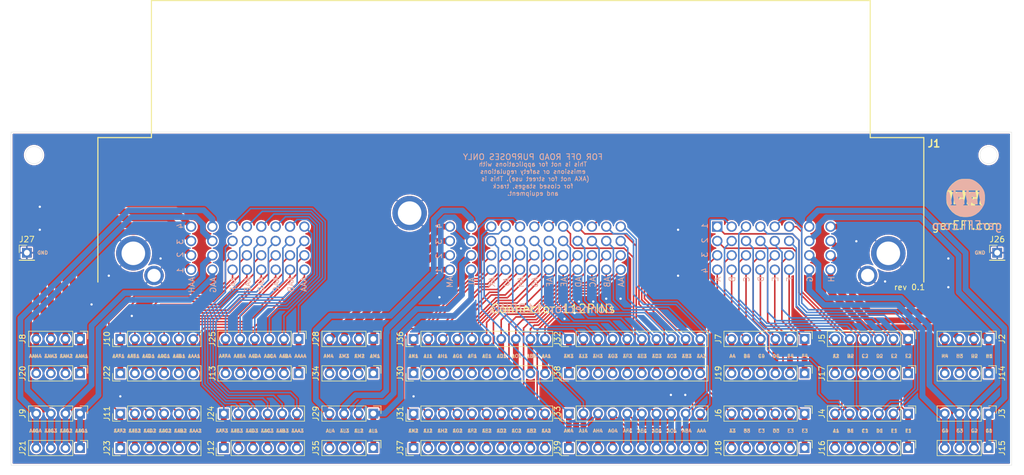
<source format=kicad_pcb>
(kicad_pcb (version 20171130) (host pcbnew "(5.1.7)-1")
  (layers (0 F.Cu signal) (31 B.Cu signal) (34 B.Paste user) (35 F.Paste user) (36 B.SilkS user) (37 F.SilkS user) (38 B.Mask user) (39 F.Mask user) (44 Edge.Cuts user))
  (net 0 "")
  (net 1 Earth)
  (net 2 "Net-(J1-PadAAH1)")
  (net 3 "Net-(J1-PadAAH2)")
  (net 4 "Net-(J1-PadAAH3)")
  (net 5 "Net-(J1-PadAAH4)")
  (net 6 "Net-(J1-PadAAG1)")
  (net 7 "Net-(J1-PadAAG2)")
  (net 8 "Net-(J1-PadAAG3)")
  (net 9 "Net-(J1-PadAAG4)")
  (net 10 "Net-(J1-PadAAF1)")
  (net 11 "Net-(J1-PadAAF2)")
  (net 12 "Net-(J1-PadAAF3)")
  (net 13 "Net-(J1-PadAAF4)")
  (net 14 "Net-(J1-PadAAE1)")
  (net 15 "Net-(J1-PadAAE2)")
  (net 16 "Net-(J1-PadAAE3)")
  (net 17 "Net-(J1-PadAAE4)")
  (net 18 "Net-(J1-PadAAD1)")
  (net 19 "Net-(J1-PadAAD2)")
  (net 20 "Net-(J1-PadAAD3)")
  (net 21 "Net-(J1-PadAAD4)")
  (net 22 "Net-(J1-PadAAC1)")
  (net 23 "Net-(J1-PadAAC2)")
  (net 24 "Net-(J1-PadAAC3)")
  (net 25 "Net-(J1-PadAAC4)")
  (net 26 "Net-(J1-PadAAB1)")
  (net 27 "Net-(J1-PadAAB2)")
  (net 28 "Net-(J1-PadAAB3)")
  (net 29 "Net-(J1-PadAAB4)")
  (net 30 "Net-(J1-PadAAA1)")
  (net 31 "Net-(J1-PadAAA2)")
  (net 32 "Net-(J1-PadAAA3)")
  (net 33 "Net-(J1-PadAAA4)")
  (net 34 "Net-(J1-PadAM1)")
  (net 35 "Net-(J1-PadAM2)")
  (net 36 "Net-(J1-PadAM3)")
  (net 37 "Net-(J1-PadAM4)")
  (net 38 "Net-(J1-PadAL1)")
  (net 39 "Net-(J1-PadAL2)")
  (net 40 "Net-(J1-PadAL3)")
  (net 41 "Net-(J1-PadAL4)")
  (net 42 "Net-(J1-PadAK1)")
  (net 43 "Net-(J1-PadAK2)")
  (net 44 "Net-(J1-PadAK3)")
  (net 45 "Net-(J1-PadAK4)")
  (net 46 "Net-(J1-PadAJ1)")
  (net 47 "Net-(J1-PadAJ2)")
  (net 48 "Net-(J1-PadAJ3)")
  (net 49 "Net-(J1-PadAJ4)")
  (net 50 "Net-(J1-PadAH1)")
  (net 51 "Net-(J1-PadAH2)")
  (net 52 "Net-(J1-PadAH3)")
  (net 53 "Net-(J1-PadAH4)")
  (net 54 "Net-(J1-PadAG1)")
  (net 55 "Net-(J1-PadAG2)")
  (net 56 "Net-(J1-PadAG3)")
  (net 57 "Net-(J1-PadAG4)")
  (net 58 "Net-(J1-PadAF1)")
  (net 59 "Net-(J1-PadAF2)")
  (net 60 "Net-(J1-PadAF3)")
  (net 61 "Net-(J1-PadAF4)")
  (net 62 "Net-(J1-PadAE1)")
  (net 63 "Net-(J1-PadAE2)")
  (net 64 "Net-(J1-PadAE3)")
  (net 65 "Net-(J1-PadAE4)")
  (net 66 "Net-(J1-PadAD1)")
  (net 67 "Net-(J1-PadAD2)")
  (net 68 "Net-(J1-PadAD3)")
  (net 69 "Net-(J1-PadAD4)")
  (net 70 "Net-(J1-PadAC1)")
  (net 71 "Net-(J1-PadAC2)")
  (net 72 "Net-(J1-PadAC3)")
  (net 73 "Net-(J1-PadAC4)")
  (net 74 "Net-(J1-PadAB1)")
  (net 75 "Net-(J1-PadAB2)")
  (net 76 "Net-(J1-PadAB3)")
  (net 77 "Net-(J1-PadAB4)")
  (net 78 "Net-(J1-PadAA1)")
  (net 79 "Net-(J1-PadAA2)")
  (net 80 "Net-(J1-PadAA3)")
  (net 81 "Net-(J1-PadAA4)")
  (net 82 "Net-(J1-PadH4)")
  (net 83 "Net-(J1-PadH3)")
  (net 84 "Net-(J1-PadH2)")
  (net 85 "Net-(J1-PadH1)")
  (net 86 "Net-(J1-PadG4)")
  (net 87 "Net-(J1-PadG3)")
  (net 88 "Net-(J1-PadG2)")
  (net 89 "Net-(J1-PadG1)")
  (net 90 "Net-(J1-PadF4)")
  (net 91 "Net-(J1-PadF3)")
  (net 92 "Net-(J1-PadF2)")
  (net 93 "Net-(J1-PadF1)")
  (net 94 "Net-(J1-PadE4)")
  (net 95 "Net-(J1-PadE3)")
  (net 96 "Net-(J1-PadE2)")
  (net 97 "Net-(J1-PadE1)")
  (net 98 "Net-(J1-PadD4)")
  (net 99 "Net-(J1-PadD3)")
  (net 100 "Net-(J1-PadD2)")
  (net 101 "Net-(J1-PadD1)")
  (net 102 "Net-(J1-PadC4)")
  (net 103 "Net-(J1-PadC3)")
  (net 104 "Net-(J1-PadC2)")
  (net 105 "Net-(J1-PadC1)")
  (net 106 "Net-(J1-PadB4)")
  (net 107 "Net-(J1-PadB3)")
  (net 108 "Net-(J1-PadB2)")
  (net 109 "Net-(J1-PadB1)")
  (net 110 "Net-(J1-PadA4)")
  (net 111 "Net-(J1-PadA3)")
  (net 112 "Net-(J1-PadA2)")
  (net 113 "Net-(J1-PadA1)")
  (module gerefi:LOGO (layer B.Cu) (at 243 73.5 180)
    (fp_text reference G? hide)
    (fp_text value LOGO hide)
  )
  (module gerefi:LOGO (layer F.Cu) (at 243 73.5)
    (fp_text reference G? hide)
    (fp_text value LOGO hide)
  )
  (module gerefi:Off_Road_Disclaimer (layer B.Cu) (at 167.75 69.5 180)
    (fp_text reference G? hide)
    (fp_text value Disclaimer hide)
    (fp_text user "FOR OFF ROAD PURPOSES ONLY" (at 0 3.175) (layer B.SilkS) (effects (justify mirror)))
    (fp_text user "This is not for applications with" (at 0 1.905) (layer B.SilkS) (effects (font (size 0.762 0.762) (thickness 0.127)) (justify mirror)))
    (fp_text user "emissions or safety regulations" (at 0 0.635) (layer B.SilkS) (effects (font (size 0.762 0.762) (thickness 0.127)) (justify mirror)))
    (fp_text user "(AKA not for street use). This is " (at -0.127 -0.635) (layer B.SilkS) (effects (font (size 0.762 0.762) (thickness 0.127)) (justify mirror)))
    (fp_text user "for closed stages, track" (at 0 -1.905) (layer B.SilkS) (effects (font (size 0.762 0.762) (thickness 0.127)) (justify mirror)))
    (fp_text user "and equipment." (at 0 -3.175) (layer B.SilkS) (effects (font (size 0.762 0.762) (thickness 0.127)) (justify mirror)))
  )
  (module gerefi_lib_private:64333-0100_1 (layer F.Cu) (at 167.915001 63.100001)
    (fp_text reference J1 (at 69.584999 0.899999 180) (layer F.SilkS) (effects (font (size 1.27 1.27) (thickness 0.254))))
    (fp_text value 0643330100 hide)
    (fp_text user AA (at 15.2 25 90) (layer B.SilkS) (effects (justify mirror)))
    (fp_text user H (at 51.75 24.5 90) (layer B.SilkS) (effects (justify mirror)))
    (fp_text user G (at 48 24.5 90) (layer B.SilkS) (effects (justify mirror)))
    (fp_text user F (at 44.5 24.5 90) (layer B.SilkS) (effects (justify mirror)))
    (fp_text user E (at 42 24.5 90) (layer B.SilkS) (effects (justify mirror)))
    (fp_text user D (at 39.5 24.5 90) (layer B.SilkS) (effects (justify mirror)))
    (fp_text user C (at 37 24.5 90) (layer B.SilkS) (effects (justify mirror)))
    (fp_text user B (at 34.5 24.5 90) (layer B.SilkS) (effects (justify mirror)))
    (fp_text user A (at 32 24.5 90) (layer B.SilkS) (effects (justify mirror)))
    (fp_text user AB (at 12.75 25 90) (layer B.SilkS) (effects (justify mirror)))
    (fp_text user AC (at 10.25 25 90) (layer B.SilkS) (effects (justify mirror)))
    (fp_text user AD (at 7.75 25 90) (layer B.SilkS) (effects (justify mirror)))
    (fp_text user AE (at 5.25 25 90) (layer B.SilkS) (effects (justify mirror)))
    (fp_text user AF (at 2.75 25 90) (layer B.SilkS) (effects (justify mirror)))
    (fp_text user AG (at 0.2 25 90) (layer B.SilkS) (effects (justify mirror)))
    (fp_text user AH (at -2.25 25 90) (layer B.SilkS) (effects (justify mirror)))
    (fp_text user AJ (at -4.75 25 90) (layer B.SilkS) (effects (justify mirror)))
    (fp_text user AK (at -7.25 25 90) (layer B.SilkS) (effects (justify mirror)))
    (fp_text user AL (at -10.8 25 90) (layer B.SilkS) (effects (justify mirror)))
    (fp_text user 1 (at 29.75 15.25 90) (layer B.SilkS) (effects (justify mirror)))
    (fp_text user 4 (at 29.75 23 90) (layer B.SilkS) (effects (justify mirror)))
    (fp_text user 3 (at 29.75 20.25 90) (layer B.SilkS) (effects (justify mirror)))
    (fp_text user 2 (at 29.75 17.75 90) (layer B.SilkS) (effects (justify mirror)))
    (fp_text user 1 (at -16.5 23 90) (layer B.SilkS) (effects (justify mirror)))
    (fp_text user 4 (at -16.5 15.25 90) (layer B.SilkS) (effects (justify mirror)))
    (fp_text user 3 (at -16.5 18 90) (layer B.SilkS) (effects (justify mirror)))
    (fp_text user 2 (at -16.5 20.5 90) (layer B.SilkS) (effects (justify mirror)))
    (fp_text user 4 (at -61.5 15.25 90) (layer B.SilkS) (effects (justify mirror)))
    (fp_text user 3 (at -61.5 18 90) (layer B.SilkS) (effects (justify mirror)))
    (fp_text user 2 (at -61.5 20.25 90) (layer B.SilkS) (effects (justify mirror)))
    (fp_text user 1 (at -61.5 23 90) (layer B.SilkS) (effects (justify mirror)))
    (fp_text user AM (at -14.6 25 90) (layer B.SilkS) (effects (justify mirror)))
    (fp_text user AAH (at -59.5 25.5 270) (layer B.SilkS) (effects (justify mirror)))
    (fp_text user AAA (at -40 25.4 90) (layer B.SilkS) (effects (justify mirror)))
    (fp_text user AAB (at -42.25 25.4 90) (layer B.SilkS) (effects (justify mirror)))
    (fp_text user AAC (at -44.8 25.4 90) (layer B.SilkS) (effects (justify mirror)))
    (fp_text user AAD (at -47.4 25.4 90) (layer B.SilkS) (effects (justify mirror)))
    (fp_text user AAE (at -49.75 25.4 90) (layer B.SilkS) (effects (justify mirror)))
    (fp_text user AAF (at -52.25 25.4 90) (layer B.SilkS) (effects (justify mirror)))
    (fp_text user AAG (at -55.75 25.5 90) (layer B.SilkS) (effects (justify mirror)))
    (pad A1 thru_hole rect (at 31.9 15.35 180) (size 1.8 1.8) (drill 1.25) (layers *.Cu *.Mask) (net 113 "Net-(J1-PadA1)"))
    (pad A2 thru_hole circle (at 31.9 17.85 180) (size 1.8 1.8) (drill 1.25) (layers *.Cu *.Mask) (net 112 "Net-(J1-PadA2)"))
    (pad A3 thru_hole circle (at 31.9 20.35 180) (size 1.8 1.8) (drill 1.25) (layers *.Cu *.Mask) (net 111 "Net-(J1-PadA3)"))
    (pad A4 thru_hole circle (at 31.9 22.85 180) (size 1.8 1.8) (drill 1.25) (layers *.Cu *.Mask) (net 110 "Net-(J1-PadA4)"))
    (pad B1 thru_hole circle (at 34.4 15.35 180) (size 1.8 1.8) (drill 1.25) (layers *.Cu *.Mask) (net 109 "Net-(J1-PadB1)"))
    (pad B2 thru_hole circle (at 34.4 17.85 180) (size 1.8 1.8) (drill 1.25) (layers *.Cu *.Mask) (net 108 "Net-(J1-PadB2)"))
    (pad B3 thru_hole circle (at 34.4 20.35 180) (size 1.8 1.8) (drill 1.25) (layers *.Cu *.Mask) (net 107 "Net-(J1-PadB3)"))
    (pad B4 thru_hole circle (at 34.4 22.85 180) (size 1.8 1.8) (drill 1.25) (layers *.Cu *.Mask) (net 106 "Net-(J1-PadB4)"))
    (pad C1 thru_hole circle (at 36.9 15.35 180) (size 1.8 1.8) (drill 1.25) (layers *.Cu *.Mask) (net 105 "Net-(J1-PadC1)"))
    (pad C2 thru_hole circle (at 36.9 17.85 180) (size 1.8 1.8) (drill 1.25) (layers *.Cu *.Mask) (net 104 "Net-(J1-PadC2)"))
    (pad C3 thru_hole circle (at 36.9 20.35 180) (size 1.8 1.8) (drill 1.25) (layers *.Cu *.Mask) (net 103 "Net-(J1-PadC3)"))
    (pad C4 thru_hole circle (at 36.9 22.85 180) (size 1.8 1.8) (drill 1.25) (layers *.Cu *.Mask) (net 102 "Net-(J1-PadC4)"))
    (pad D1 thru_hole circle (at 39.4 15.35 180) (size 1.8 1.8) (drill 1.25) (layers *.Cu *.Mask) (net 101 "Net-(J1-PadD1)"))
    (pad D2 thru_hole circle (at 39.4 17.85 180) (size 1.8 1.8) (drill 1.25) (layers *.Cu *.Mask) (net 100 "Net-(J1-PadD2)"))
    (pad D3 thru_hole circle (at 39.4 20.35 180) (size 1.8 1.8) (drill 1.25) (layers *.Cu *.Mask) (net 99 "Net-(J1-PadD3)"))
    (pad D4 thru_hole circle (at 39.4 22.85 180) (size 1.8 1.8) (drill 1.25) (layers *.Cu *.Mask) (net 98 "Net-(J1-PadD4)"))
    (pad E1 thru_hole circle (at 41.9 15.35 180) (size 1.8 1.8) (drill 1.25) (layers *.Cu *.Mask) (net 97 "Net-(J1-PadE1)"))
    (pad E2 thru_hole circle (at 41.9 17.85 180) (size 1.8 1.8) (drill 1.25) (layers *.Cu *.Mask) (net 96 "Net-(J1-PadE2)"))
    (pad E3 thru_hole circle (at 41.9 20.35 180) (size 1.8 1.8) (drill 1.25) (layers *.Cu *.Mask) (net 95 "Net-(J1-PadE3)"))
    (pad E4 thru_hole circle (at 41.9 22.85 180) (size 1.8 1.8) (drill 1.25) (layers *.Cu *.Mask) (net 94 "Net-(J1-PadE4)"))
    (pad F1 thru_hole circle (at 44.4 15.35 180) (size 1.8 1.8) (drill 1.25) (layers *.Cu *.Mask) (net 93 "Net-(J1-PadF1)"))
    (pad F2 thru_hole circle (at 44.4 17.85 180) (size 1.8 1.8) (drill 1.25) (layers *.Cu *.Mask) (net 92 "Net-(J1-PadF2)"))
    (pad F3 thru_hole circle (at 44.4 20.35 180) (size 1.8 1.8) (drill 1.25) (layers *.Cu *.Mask) (net 91 "Net-(J1-PadF3)"))
    (pad F4 thru_hole circle (at 44.4 22.85 180) (size 1.8 1.8) (drill 1.25) (layers *.Cu *.Mask) (net 90 "Net-(J1-PadF4)"))
    (pad G1 thru_hole circle (at 47.9 15.35 180) (size 1.8 1.8) (drill 1.25) (layers *.Cu *.Mask) (net 89 "Net-(J1-PadG1)"))
    (pad G2 thru_hole circle (at 47.9 17.85 180) (size 1.8 1.8) (drill 1.25) (layers *.Cu *.Mask) (net 88 "Net-(J1-PadG2)"))
    (pad G3 thru_hole circle (at 47.9 20.35 180) (size 1.8 1.8) (drill 1.25) (layers *.Cu *.Mask) (net 87 "Net-(J1-PadG3)"))
    (pad G4 thru_hole circle (at 47.9 22.85 180) (size 1.8 1.8) (drill 1.25) (layers *.Cu *.Mask) (net 86 "Net-(J1-PadG4)"))
    (pad H1 thru_hole circle (at 51.6 15.35 180) (size 1.8 1.8) (drill 1.25) (layers *.Cu *.Mask) (net 85 "Net-(J1-PadH1)"))
    (pad H2 thru_hole circle (at 51.6 17.85 180) (size 1.8 1.8) (drill 1.25) (layers *.Cu *.Mask) (net 84 "Net-(J1-PadH2)"))
    (pad H3 thru_hole circle (at 51.6 20.35 180) (size 1.8 1.8) (drill 1.25) (layers *.Cu *.Mask) (net 83 "Net-(J1-PadH3)"))
    (pad H4 thru_hole circle (at 51.6 22.85 180) (size 1.8 1.8) (drill 1.25) (layers *.Cu *.Mask) (net 82 "Net-(J1-PadH4)"))
    (pad AA4 thru_hole circle (at 15.1 15.35 180) (size 1.8 1.8) (drill 1.25) (layers *.Cu *.Mask) (net 81 "Net-(J1-PadAA4)"))
    (pad AA3 thru_hole circle (at 15.1 17.85 180) (size 1.8 1.8) (drill 1.25) (layers *.Cu *.Mask) (net 80 "Net-(J1-PadAA3)"))
    (pad AA2 thru_hole circle (at 15.1 20.35 180) (size 1.8 1.8) (drill 1.25) (layers *.Cu *.Mask) (net 79 "Net-(J1-PadAA2)"))
    (pad AA1 thru_hole circle (at 15.1 22.85 180) (size 1.8 1.8) (drill 1.25) (layers *.Cu *.Mask) (net 78 "Net-(J1-PadAA1)"))
    (pad AB4 thru_hole circle (at 12.6 15.35 180) (size 1.8 1.8) (drill 1.25) (layers *.Cu *.Mask) (net 77 "Net-(J1-PadAB4)"))
    (pad AB3 thru_hole circle (at 12.6 17.85 180) (size 1.8 1.8) (drill 1.25) (layers *.Cu *.Mask) (net 76 "Net-(J1-PadAB3)"))
    (pad AB2 thru_hole circle (at 12.6 20.35 180) (size 1.8 1.8) (drill 1.25) (layers *.Cu *.Mask) (net 75 "Net-(J1-PadAB2)"))
    (pad AB1 thru_hole circle (at 12.6 22.85 180) (size 1.8 1.8) (drill 1.25) (layers *.Cu *.Mask) (net 74 "Net-(J1-PadAB1)"))
    (pad AC4 thru_hole circle (at 10.1 15.35 180) (size 1.8 1.8) (drill 1.25) (layers *.Cu *.Mask) (net 73 "Net-(J1-PadAC4)"))
    (pad AC3 thru_hole circle (at 10.1 17.85 180) (size 1.8 1.8) (drill 1.25) (layers *.Cu *.Mask) (net 72 "Net-(J1-PadAC3)"))
    (pad AC2 thru_hole circle (at 10.1 20.35 180) (size 1.8 1.8) (drill 1.25) (layers *.Cu *.Mask) (net 71 "Net-(J1-PadAC2)"))
    (pad AC1 thru_hole circle (at 10.1 22.85 180) (size 1.8 1.8) (drill 1.25) (layers *.Cu *.Mask) (net 70 "Net-(J1-PadAC1)"))
    (pad AD4 thru_hole circle (at 7.6 15.35 180) (size 1.8 1.8) (drill 1.25) (layers *.Cu *.Mask) (net 69 "Net-(J1-PadAD4)"))
    (pad AD3 thru_hole circle (at 7.6 17.85 180) (size 1.8 1.8) (drill 1.25) (layers *.Cu *.Mask) (net 68 "Net-(J1-PadAD3)"))
    (pad AD2 thru_hole circle (at 7.6 20.35 180) (size 1.8 1.8) (drill 1.25) (layers *.Cu *.Mask) (net 67 "Net-(J1-PadAD2)"))
    (pad AD1 thru_hole circle (at 7.6 22.85 180) (size 1.8 1.8) (drill 1.25) (layers *.Cu *.Mask) (net 66 "Net-(J1-PadAD1)"))
    (pad AE4 thru_hole circle (at 5.1 15.35 180) (size 1.8 1.8) (drill 1.25) (layers *.Cu *.Mask) (net 65 "Net-(J1-PadAE4)"))
    (pad AE3 thru_hole circle (at 5.1 17.85 180) (size 1.8 1.8) (drill 1.25) (layers *.Cu *.Mask) (net 64 "Net-(J1-PadAE3)"))
    (pad AE2 thru_hole circle (at 5.1 20.35 180) (size 1.8 1.8) (drill 1.25) (layers *.Cu *.Mask) (net 63 "Net-(J1-PadAE2)"))
    (pad AE1 thru_hole circle (at 5.1 22.85 180) (size 1.8 1.8) (drill 1.25) (layers *.Cu *.Mask) (net 62 "Net-(J1-PadAE1)"))
    (pad AF4 thru_hole circle (at 2.6 15.35 180) (size 1.8 1.8) (drill 1.25) (layers *.Cu *.Mask) (net 61 "Net-(J1-PadAF4)"))
    (pad AF3 thru_hole circle (at 2.6 17.85 180) (size 1.8 1.8) (drill 1.25) (layers *.Cu *.Mask) (net 60 "Net-(J1-PadAF3)"))
    (pad AF2 thru_hole circle (at 2.6 20.35 180) (size 1.8 1.8) (drill 1.25) (layers *.Cu *.Mask) (net 59 "Net-(J1-PadAF2)"))
    (pad AF1 thru_hole circle (at 2.6 22.85 180) (size 1.8 1.8) (drill 1.25) (layers *.Cu *.Mask) (net 58 "Net-(J1-PadAF1)"))
    (pad AG4 thru_hole circle (at 0.1 15.35 180) (size 1.8 1.8) (drill 1.25) (layers *.Cu *.Mask) (net 57 "Net-(J1-PadAG4)"))
    (pad AG3 thru_hole circle (at 0.1 17.85 180) (size 1.8 1.8) (drill 1.25) (layers *.Cu *.Mask) (net 56 "Net-(J1-PadAG3)"))
    (pad AG2 thru_hole circle (at 0.1 20.35 180) (size 1.8 1.8) (drill 1.25) (layers *.Cu *.Mask) (net 55 "Net-(J1-PadAG2)"))
    (pad AG1 thru_hole circle (at 0.1 22.85 180) (size 1.8 1.8) (drill 1.25) (layers *.Cu *.Mask) (net 54 "Net-(J1-PadAG1)"))
    (pad AH4 thru_hole circle (at -2.4 15.35 180) (size 1.8 1.8) (drill 1.25) (layers *.Cu *.Mask) (net 53 "Net-(J1-PadAH4)"))
    (pad AH3 thru_hole circle (at -2.4 17.85 180) (size 1.8 1.8) (drill 1.25) (layers *.Cu *.Mask) (net 52 "Net-(J1-PadAH3)"))
    (pad AH2 thru_hole circle (at -2.4 20.35 180) (size 1.8 1.8) (drill 1.25) (layers *.Cu *.Mask) (net 51 "Net-(J1-PadAH2)"))
    (pad AH1 thru_hole circle (at -2.4 22.85 180) (size 1.8 1.8) (drill 1.25) (layers *.Cu *.Mask) (net 50 "Net-(J1-PadAH1)"))
    (pad AJ4 thru_hole circle (at -4.9 15.35 180) (size 1.8 1.8) (drill 1.25) (layers *.Cu *.Mask) (net 49 "Net-(J1-PadAJ4)"))
    (pad AJ3 thru_hole circle (at -4.9 17.85 180) (size 1.8 1.8) (drill 1.25) (layers *.Cu *.Mask) (net 48 "Net-(J1-PadAJ3)"))
    (pad AJ2 thru_hole circle (at -4.9 20.35 180) (size 1.8 1.8) (drill 1.25) (layers *.Cu *.Mask) (net 47 "Net-(J1-PadAJ2)"))
    (pad AJ1 thru_hole circle (at -4.9 22.85 180) (size 1.8 1.8) (drill 1.25) (layers *.Cu *.Mask) (net 46 "Net-(J1-PadAJ1)"))
    (pad AK4 thru_hole circle (at -7.4 15.35 180) (size 1.8 1.8) (drill 1.25) (layers *.Cu *.Mask) (net 45 "Net-(J1-PadAK4)"))
    (pad AK3 thru_hole circle (at -7.4 17.85 180) (size 1.8 1.8) (drill 1.25) (layers *.Cu *.Mask) (net 44 "Net-(J1-PadAK3)"))
    (pad AK2 thru_hole circle (at -7.4 20.35 180) (size 1.8 1.8) (drill 1.25) (layers *.Cu *.Mask) (net 43 "Net-(J1-PadAK2)"))
    (pad AK1 thru_hole circle (at -7.4 22.85 180) (size 1.8 1.8) (drill 1.25) (layers *.Cu *.Mask) (net 42 "Net-(J1-PadAK1)"))
    (pad AL4 thru_hole circle (at -10.9 15.35 180) (size 1.8 1.8) (drill 1.25) (layers *.Cu *.Mask) (net 41 "Net-(J1-PadAL4)"))
    (pad AL3 thru_hole circle (at -10.9 17.85 180) (size 1.8 1.8) (drill 1.25) (layers *.Cu *.Mask) (net 40 "Net-(J1-PadAL3)"))
    (pad AL2 thru_hole circle (at -10.9 20.35 180) (size 1.8 1.8) (drill 1.25) (layers *.Cu *.Mask) (net 39 "Net-(J1-PadAL2)"))
    (pad AL1 thru_hole circle (at -10.9 22.85 180) (size 1.8 1.8) (drill 1.25) (layers *.Cu *.Mask) (net 38 "Net-(J1-PadAL1)"))
    (pad AM4 thru_hole circle (at -14.6 15.35 180) (size 1.8 1.8) (drill 1.25) (layers *.Cu *.Mask) (net 37 "Net-(J1-PadAM4)"))
    (pad AM3 thru_hole circle (at -14.6 17.85 180) (size 1.8 1.8) (drill 1.25) (layers *.Cu *.Mask) (net 36 "Net-(J1-PadAM3)"))
    (pad AM2 thru_hole circle (at -14.6 20.35 180) (size 1.8 1.8) (drill 1.25) (layers *.Cu *.Mask) (net 35 "Net-(J1-PadAM2)"))
    (pad AM1 thru_hole circle (at -14.6 22.85 180) (size 1.8 1.8) (drill 1.25) (layers *.Cu *.Mask) (net 34 "Net-(J1-PadAM1)"))
    (pad AAA4 thru_hole circle (at -39.9 15.35 180) (size 1.8 1.8) (drill 1.25) (layers *.Cu *.Mask) (net 33 "Net-(J1-PadAAA4)"))
    (pad AAA3 thru_hole circle (at -39.9 17.85 180) (size 1.8 1.8) (drill 1.25) (layers *.Cu *.Mask) (net 32 "Net-(J1-PadAAA3)"))
    (pad AAA2 thru_hole circle (at -39.9 20.35 180) (size 1.8 1.8) (drill 1.25) (layers *.Cu *.Mask) (net 31 "Net-(J1-PadAAA2)"))
    (pad AAA1 thru_hole circle (at -39.9 22.85 180) (size 1.8 1.8) (drill 1.25) (layers *.Cu *.Mask) (net 30 "Net-(J1-PadAAA1)"))
    (pad AAB4 thru_hole circle (at -42.4 15.35 180) (size 1.8 1.8) (drill 1.25) (layers *.Cu *.Mask) (net 29 "Net-(J1-PadAAB4)"))
    (pad AAB3 thru_hole circle (at -42.4 17.85 180) (size 1.8 1.8) (drill 1.25) (layers *.Cu *.Mask) (net 28 "Net-(J1-PadAAB3)"))
    (pad AAB2 thru_hole circle (at -42.4 20.35 180) (size 1.8 1.8) (drill 1.25) (layers *.Cu *.Mask) (net 27 "Net-(J1-PadAAB2)"))
    (pad AAB1 thru_hole circle (at -42.4 22.85 180) (size 1.8 1.8) (drill 1.25) (layers *.Cu *.Mask) (net 26 "Net-(J1-PadAAB1)"))
    (pad AAC4 thru_hole circle (at -44.9 15.35 180) (size 1.8 1.8) (drill 1.25) (layers *.Cu *.Mask) (net 25 "Net-(J1-PadAAC4)"))
    (pad AAC3 thru_hole circle (at -44.9 17.85 180) (size 1.8 1.8) (drill 1.25) (layers *.Cu *.Mask) (net 24 "Net-(J1-PadAAC3)"))
    (pad AAC2 thru_hole circle (at -44.9 20.35 180) (size 1.8 1.8) (drill 1.25) (layers *.Cu *.Mask) (net 23 "Net-(J1-PadAAC2)"))
    (pad AAC1 thru_hole circle (at -44.9 22.85 180) (size 1.8 1.8) (drill 1.25) (layers *.Cu *.Mask) (net 22 "Net-(J1-PadAAC1)"))
    (pad AAD4 thru_hole circle (at -47.4 15.35 180) (size 1.8 1.8) (drill 1.25) (layers *.Cu *.Mask) (net 21 "Net-(J1-PadAAD4)"))
    (pad AAD3 thru_hole circle (at -47.4 17.85 180) (size 1.8 1.8) (drill 1.25) (layers *.Cu *.Mask) (net 20 "Net-(J1-PadAAD3)"))
    (pad AAD2 thru_hole circle (at -47.4 20.35 180) (size 1.8 1.8) (drill 1.25) (layers *.Cu *.Mask) (net 19 "Net-(J1-PadAAD2)"))
    (pad AAD1 thru_hole circle (at -47.4 22.85 180) (size 1.8 1.8) (drill 1.25) (layers *.Cu *.Mask) (net 18 "Net-(J1-PadAAD1)"))
    (pad AAE4 thru_hole circle (at -49.9 15.35 180) (size 1.8 1.8) (drill 1.25) (layers *.Cu *.Mask) (net 17 "Net-(J1-PadAAE4)"))
    (pad AAE3 thru_hole circle (at -49.9 17.85 180) (size 1.8 1.8) (drill 1.25) (layers *.Cu *.Mask) (net 16 "Net-(J1-PadAAE3)"))
    (pad AAE2 thru_hole circle (at -49.9 20.35 180) (size 1.8 1.8) (drill 1.25) (layers *.Cu *.Mask) (net 15 "Net-(J1-PadAAE2)"))
    (pad AAE1 thru_hole circle (at -49.9 22.85 180) (size 1.8 1.8) (drill 1.25) (layers *.Cu *.Mask) (net 14 "Net-(J1-PadAAE1)"))
    (pad AAF4 thru_hole circle (at -52.4 15.35 180) (size 1.8 1.8) (drill 1.25) (layers *.Cu *.Mask) (net 13 "Net-(J1-PadAAF4)"))
    (pad AAF3 thru_hole circle (at -52.4 17.85 180) (size 1.8 1.8) (drill 1.25) (layers *.Cu *.Mask) (net 12 "Net-(J1-PadAAF3)"))
    (pad AAF2 thru_hole circle (at -52.4 20.35 180) (size 1.8 1.8) (drill 1.25) (layers *.Cu *.Mask) (net 11 "Net-(J1-PadAAF2)"))
    (pad AAF1 thru_hole circle (at -52.4 22.85 180) (size 1.8 1.8) (drill 1.25) (layers *.Cu *.Mask) (net 10 "Net-(J1-PadAAF1)"))
    (pad AAG4 thru_hole circle (at -55.9 15.35 180) (size 1.8 1.8) (drill 1.25) (layers *.Cu *.Mask) (net 9 "Net-(J1-PadAAG4)"))
    (pad AAG3 thru_hole circle (at -55.9 17.85 180) (size 1.8 1.8) (drill 1.25) (layers *.Cu *.Mask) (net 8 "Net-(J1-PadAAG3)"))
    (pad AAG2 thru_hole circle (at -55.9 20.35 180) (size 1.8 1.8) (drill 1.25) (layers *.Cu *.Mask) (net 7 "Net-(J1-PadAAG2)"))
    (pad AAG1 thru_hole circle (at -55.9 22.85 180) (size 1.8 1.8) (drill 1.25) (layers *.Cu *.Mask) (net 6 "Net-(J1-PadAAG1)"))
    (pad AAH4 thru_hole circle (at -59.6 15.35 180) (size 1.8 1.8) (drill 1.25) (layers *.Cu *.Mask) (net 5 "Net-(J1-PadAAH4)"))
    (pad AAH3 thru_hole circle (at -59.6 17.85 180) (size 1.8 1.8) (drill 1.25) (layers *.Cu *.Mask) (net 4 "Net-(J1-PadAAH3)"))
    (pad AAH2 thru_hole circle (at -59.6 20.35 180) (size 1.8 1.8) (drill 1.25) (layers *.Cu *.Mask) (net 3 "Net-(J1-PadAAH2)"))
    (pad AAH1 thru_hole circle (at -59.6 22.85 180) (size 1.8 1.8) (drill 1.25) (layers *.Cu *.Mask) (net 2 "Net-(J1-PadAAH1)"))
    (pad MH1 thru_hole circle (at -69.65 20 180) (size 6 6) (drill 4.1) (layers *.Cu *.Mask) (net 1 Earth))
    (pad MH2 thru_hole circle (at -21.6 13 180) (size 6 6) (drill 4.1) (layers *.Cu *.Mask) (net 1 Earth))
    (pad MH3 thru_hole circle (at 61.65 20 180) (size 6 6) (drill 4.1) (layers *.Cu *.Mask) (net 1 Earth))
    (pad MH5 thru_hole circle (at -66.05 23.85 180) (size 3.4 3.4) (drill 2.3) (layers *.Cu *.Mask) (net 1 Earth))
    (pad MH4 thru_hole circle (at 58.05 23.85 180) (size 3.4 3.4) (drill 2.3) (layers *.Cu *.Mask) (net 1 Earth))
  )
  (module Pin_Headers:Pin_Header_Straight_1x04_Pitch2.54mm (layer F.Cu) (at 247 98 270)
    (fp_text reference J2 (at 0 -2.33 90) (layer F.SilkS))
    (fp_text value Conn_01x04)
    (pad 1 thru_hole rect (at 0 0 270) (size 1.7 1.7) (drill 1) (layers *.Cu *.Mask) (net 85 "Net-(J1-PadH1)"))
    (pad 2 thru_hole oval (at 0 2.54 270) (size 1.7 1.7) (drill 1) (layers *.Cu *.Mask) (net 84 "Net-(J1-PadH2)"))
    (pad 3 thru_hole oval (at 0 5.08 270) (size 1.7 1.7) (drill 1) (layers *.Cu *.Mask) (net 83 "Net-(J1-PadH3)"))
    (pad 4 thru_hole oval (at 0 7.62 270) (size 1.7 1.7) (drill 1) (layers *.Cu *.Mask) (net 82 "Net-(J1-PadH4)"))
  )
  (module Pin_Headers:Pin_Header_Straight_1x04_Pitch2.54mm (layer F.Cu) (at 247 111 270)
    (fp_text reference J3 (at 0 -2.33 90) (layer F.SilkS))
    (fp_text value Conn_01x04)
    (pad 1 thru_hole rect (at 0 0 270) (size 1.7 1.7) (drill 1) (layers *.Cu *.Mask) (net 89 "Net-(J1-PadG1)"))
    (pad 2 thru_hole oval (at 0 2.54 270) (size 1.7 1.7) (drill 1) (layers *.Cu *.Mask) (net 88 "Net-(J1-PadG2)"))
    (pad 3 thru_hole oval (at 0 5.08 270) (size 1.7 1.7) (drill 1) (layers *.Cu *.Mask) (net 87 "Net-(J1-PadG3)"))
    (pad 4 thru_hole oval (at 0 7.62 270) (size 1.7 1.7) (drill 1) (layers *.Cu *.Mask) (net 86 "Net-(J1-PadG4)"))
  )
  (module Pin_Headers:Pin_Header_Straight_1x06_Pitch2.54mm (layer F.Cu) (at 233 111 270)
    (fp_text reference J4 (at 0 15 90) (layer F.SilkS))
    (fp_text value Conn_01x06)
    (pad 1 thru_hole rect (at 0 0 270) (size 1.7 1.7) (drill 1) (layers *.Cu *.Mask) (net 93 "Net-(J1-PadF1)"))
    (pad 2 thru_hole oval (at 0 2.54 270) (size 1.7 1.7) (drill 1) (layers *.Cu *.Mask) (net 97 "Net-(J1-PadE1)"))
    (pad 3 thru_hole oval (at 0 5.08 270) (size 1.7 1.7) (drill 1) (layers *.Cu *.Mask) (net 101 "Net-(J1-PadD1)"))
    (pad 4 thru_hole oval (at 0 7.62 270) (size 1.7 1.7) (drill 1) (layers *.Cu *.Mask) (net 105 "Net-(J1-PadC1)"))
    (pad 5 thru_hole oval (at 0 10.16 270) (size 1.7 1.7) (drill 1) (layers *.Cu *.Mask) (net 109 "Net-(J1-PadB1)"))
    (pad 6 thru_hole oval (at 0 12.7 270) (size 1.7 1.7) (drill 1) (layers *.Cu *.Mask) (net 113 "Net-(J1-PadA1)"))
  )
  (module Pin_Headers:Pin_Header_Straight_1x06_Pitch2.54mm (layer F.Cu) (at 233 98 270)
    (fp_text reference J5 (at 0 15 90) (layer F.SilkS))
    (fp_text value Conn_01x06)
    (pad 6 thru_hole oval (at 0 12.7 270) (size 1.7 1.7) (drill 1) (layers *.Cu *.Mask) (net 112 "Net-(J1-PadA2)"))
    (pad 5 thru_hole oval (at 0 10.16 270) (size 1.7 1.7) (drill 1) (layers *.Cu *.Mask) (net 108 "Net-(J1-PadB2)"))
    (pad 4 thru_hole oval (at 0 7.62 270) (size 1.7 1.7) (drill 1) (layers *.Cu *.Mask) (net 104 "Net-(J1-PadC2)"))
    (pad 3 thru_hole oval (at 0 5.08 270) (size 1.7 1.7) (drill 1) (layers *.Cu *.Mask) (net 100 "Net-(J1-PadD2)"))
    (pad 2 thru_hole oval (at 0 2.54 270) (size 1.7 1.7) (drill 1) (layers *.Cu *.Mask) (net 96 "Net-(J1-PadE2)"))
    (pad 1 thru_hole rect (at 0 0 270) (size 1.7 1.7) (drill 1) (layers *.Cu *.Mask) (net 92 "Net-(J1-PadF2)"))
  )
  (module Pin_Headers:Pin_Header_Straight_1x06_Pitch2.54mm (layer F.Cu) (at 215 111 270)
    (fp_text reference J6 (at 0 15 90) (layer F.SilkS))
    (fp_text value Conn_01x06)
    (pad 6 thru_hole oval (at 0 12.7 270) (size 1.7 1.7) (drill 1) (layers *.Cu *.Mask) (net 111 "Net-(J1-PadA3)"))
    (pad 5 thru_hole oval (at 0 10.16 270) (size 1.7 1.7) (drill 1) (layers *.Cu *.Mask) (net 107 "Net-(J1-PadB3)"))
    (pad 4 thru_hole oval (at 0 7.62 270) (size 1.7 1.7) (drill 1) (layers *.Cu *.Mask) (net 103 "Net-(J1-PadC3)"))
    (pad 3 thru_hole oval (at 0 5.08 270) (size 1.7 1.7) (drill 1) (layers *.Cu *.Mask) (net 99 "Net-(J1-PadD3)"))
    (pad 2 thru_hole oval (at 0 2.54 270) (size 1.7 1.7) (drill 1) (layers *.Cu *.Mask) (net 95 "Net-(J1-PadE3)"))
    (pad 1 thru_hole rect (at 0 0 270) (size 1.7 1.7) (drill 1) (layers *.Cu *.Mask) (net 91 "Net-(J1-PadF3)"))
  )
  (module Pin_Headers:Pin_Header_Straight_1x06_Pitch2.54mm (layer F.Cu) (at 215 98 270)
    (fp_text reference J7 (at 0 15 90) (layer F.SilkS))
    (fp_text value Conn_01x06)
    (pad 1 thru_hole rect (at 0 0 270) (size 1.7 1.7) (drill 1) (layers *.Cu *.Mask) (net 90 "Net-(J1-PadF4)"))
    (pad 2 thru_hole oval (at 0 2.54 270) (size 1.7 1.7) (drill 1) (layers *.Cu *.Mask) (net 94 "Net-(J1-PadE4)"))
    (pad 3 thru_hole oval (at 0 5.08 270) (size 1.7 1.7) (drill 1) (layers *.Cu *.Mask) (net 98 "Net-(J1-PadD4)"))
    (pad 4 thru_hole oval (at 0 7.62 270) (size 1.7 1.7) (drill 1) (layers *.Cu *.Mask) (net 102 "Net-(J1-PadC4)"))
    (pad 5 thru_hole oval (at 0 10.16 270) (size 1.7 1.7) (drill 1) (layers *.Cu *.Mask) (net 106 "Net-(J1-PadB4)"))
    (pad 6 thru_hole oval (at 0 12.7 270) (size 1.7 1.7) (drill 1) (layers *.Cu *.Mask) (net 110 "Net-(J1-PadA4)"))
  )
  (module Pin_Headers:Pin_Header_Straight_1x04_Pitch2.54mm (layer F.Cu) (at 89 98 270)
    (fp_text reference J8 (at 0 10 90) (layer F.SilkS))
    (fp_text value Conn_01x04)
    (pad 1 thru_hole rect (at 0 0 270) (size 1.7 1.7) (drill 1) (layers *.Cu *.Mask) (net 2 "Net-(J1-PadAAH1)"))
    (pad 2 thru_hole oval (at 0 2.54 270) (size 1.7 1.7) (drill 1) (layers *.Cu *.Mask) (net 3 "Net-(J1-PadAAH2)"))
    (pad 3 thru_hole oval (at 0 5.08 270) (size 1.7 1.7) (drill 1) (layers *.Cu *.Mask) (net 4 "Net-(J1-PadAAH3)"))
    (pad 4 thru_hole oval (at 0 7.62 270) (size 1.7 1.7) (drill 1) (layers *.Cu *.Mask) (net 5 "Net-(J1-PadAAH4)"))
  )
  (module Pin_Headers:Pin_Header_Straight_1x04_Pitch2.54mm (layer F.Cu) (at 89 111 270)
    (fp_text reference J9 (at 0 10 90) (layer F.SilkS))
    (fp_text value Conn_01x04)
    (pad 1 thru_hole rect (at 0 0 270) (size 1.7 1.7) (drill 1) (layers *.Cu *.Mask) (net 6 "Net-(J1-PadAAG1)"))
    (pad 2 thru_hole oval (at 0 2.54 270) (size 1.7 1.7) (drill 1) (layers *.Cu *.Mask) (net 7 "Net-(J1-PadAAG2)"))
    (pad 3 thru_hole oval (at 0 5.08 270) (size 1.7 1.7) (drill 1) (layers *.Cu *.Mask) (net 8 "Net-(J1-PadAAG3)"))
    (pad 4 thru_hole oval (at 0 7.62 270) (size 1.7 1.7) (drill 1) (layers *.Cu *.Mask) (net 9 "Net-(J1-PadAAG4)"))
  )
  (module Pin_Headers:Pin_Header_Straight_1x06_Pitch2.54mm (layer F.Cu) (at 96 98 90)
    (fp_text reference J10 (at 0 -2.33 90) (layer F.SilkS))
    (fp_text value Conn_01x06)
    (pad 1 thru_hole rect (at 0 0 90) (size 1.7 1.7) (drill 1) (layers *.Cu *.Mask) (net 10 "Net-(J1-PadAAF1)"))
    (pad 2 thru_hole oval (at 0 2.54 90) (size 1.7 1.7) (drill 1) (layers *.Cu *.Mask) (net 14 "Net-(J1-PadAAE1)"))
    (pad 3 thru_hole oval (at 0 5.08 90) (size 1.7 1.7) (drill 1) (layers *.Cu *.Mask) (net 18 "Net-(J1-PadAAD1)"))
    (pad 4 thru_hole oval (at 0 7.62 90) (size 1.7 1.7) (drill 1) (layers *.Cu *.Mask) (net 22 "Net-(J1-PadAAC1)"))
    (pad 5 thru_hole oval (at 0 10.16 90) (size 1.7 1.7) (drill 1) (layers *.Cu *.Mask) (net 26 "Net-(J1-PadAAB1)"))
    (pad 6 thru_hole oval (at 0 12.7 90) (size 1.7 1.7) (drill 1) (layers *.Cu *.Mask) (net 30 "Net-(J1-PadAAA1)"))
  )
  (module Pin_Headers:Pin_Header_Straight_1x06_Pitch2.54mm (layer F.Cu) (at 96 111 90)
    (fp_text reference J11 (at 0 -2.33 90) (layer F.SilkS))
    (fp_text value Conn_01x06)
    (pad 1 thru_hole rect (at 0 0 90) (size 1.7 1.7) (drill 1) (layers *.Cu *.Mask) (net 11 "Net-(J1-PadAAF2)"))
    (pad 2 thru_hole oval (at 0 2.54 90) (size 1.7 1.7) (drill 1) (layers *.Cu *.Mask) (net 15 "Net-(J1-PadAAE2)"))
    (pad 3 thru_hole oval (at 0 5.08 90) (size 1.7 1.7) (drill 1) (layers *.Cu *.Mask) (net 19 "Net-(J1-PadAAD2)"))
    (pad 4 thru_hole oval (at 0 7.62 90) (size 1.7 1.7) (drill 1) (layers *.Cu *.Mask) (net 23 "Net-(J1-PadAAC2)"))
    (pad 5 thru_hole oval (at 0 10.16 90) (size 1.7 1.7) (drill 1) (layers *.Cu *.Mask) (net 27 "Net-(J1-PadAAB2)"))
    (pad 6 thru_hole oval (at 0 12.7 90) (size 1.7 1.7) (drill 1) (layers *.Cu *.Mask) (net 31 "Net-(J1-PadAAA2)"))
  )
  (module Pin_Headers:Pin_Header_Straight_1x06_Pitch2.54mm (layer F.Cu) (at 114 117 90)
    (fp_text reference J12 (at 0 -2.25 90) (layer F.SilkS))
    (fp_text value Conn_01x06)
    (pad 1 thru_hole rect (at 0 0 90) (size 1.7 1.7) (drill 1) (layers *.Cu *.Mask) (net 12 "Net-(J1-PadAAF3)"))
    (pad 2 thru_hole oval (at 0 2.54 90) (size 1.7 1.7) (drill 1) (layers *.Cu *.Mask) (net 16 "Net-(J1-PadAAE3)"))
    (pad 3 thru_hole oval (at 0 5.08 90) (size 1.7 1.7) (drill 1) (layers *.Cu *.Mask) (net 20 "Net-(J1-PadAAD3)"))
    (pad 4 thru_hole oval (at 0 7.62 90) (size 1.7 1.7) (drill 1) (layers *.Cu *.Mask) (net 24 "Net-(J1-PadAAC3)"))
    (pad 5 thru_hole oval (at 0 10.16 90) (size 1.7 1.7) (drill 1) (layers *.Cu *.Mask) (net 28 "Net-(J1-PadAAB3)"))
    (pad 6 thru_hole oval (at 0 12.7 90) (size 1.7 1.7) (drill 1) (layers *.Cu *.Mask) (net 32 "Net-(J1-PadAAA3)"))
  )
  (module Pin_Headers:Pin_Header_Straight_1x06_Pitch2.54mm (layer F.Cu) (at 127 104 270)
    (fp_text reference J13 (at 0 15 90) (layer F.SilkS))
    (fp_text value Conn_01x06)
    (pad 1 thru_hole rect (at 0 0 270) (size 1.7 1.7) (drill 1) (layers *.Cu *.Mask) (net 13 "Net-(J1-PadAAF4)"))
    (pad 2 thru_hole oval (at 0 2.54 270) (size 1.7 1.7) (drill 1) (layers *.Cu *.Mask) (net 17 "Net-(J1-PadAAE4)"))
    (pad 3 thru_hole oval (at 0 5.08 270) (size 1.7 1.7) (drill 1) (layers *.Cu *.Mask) (net 21 "Net-(J1-PadAAD4)"))
    (pad 4 thru_hole oval (at 0 7.62 270) (size 1.7 1.7) (drill 1) (layers *.Cu *.Mask) (net 25 "Net-(J1-PadAAC4)"))
    (pad 5 thru_hole oval (at 0 10.16 270) (size 1.7 1.7) (drill 1) (layers *.Cu *.Mask) (net 29 "Net-(J1-PadAAB4)"))
    (pad 6 thru_hole oval (at 0 12.7 270) (size 1.7 1.7) (drill 1) (layers *.Cu *.Mask) (net 33 "Net-(J1-PadAAA4)"))
  )
  (module Pin_Headers:Pin_Header_Straight_1x04_Pitch2.54mm (layer F.Cu) (at 247 104 270)
    (fp_text reference J14 (at 0 -2.33 90) (layer F.SilkS))
    (fp_text value Conn_01x04)
    (pad 4 thru_hole oval (at 0 7.62 270) (size 1.7 1.7) (drill 1) (layers *.Cu *.Mask) (net 82 "Net-(J1-PadH4)"))
    (pad 3 thru_hole oval (at 0 5.08 270) (size 1.7 1.7) (drill 1) (layers *.Cu *.Mask) (net 83 "Net-(J1-PadH3)"))
    (pad 2 thru_hole oval (at 0 2.54 270) (size 1.7 1.7) (drill 1) (layers *.Cu *.Mask) (net 84 "Net-(J1-PadH2)"))
    (pad 1 thru_hole rect (at 0 0 270) (size 1.7 1.7) (drill 1) (layers *.Cu *.Mask) (net 85 "Net-(J1-PadH1)"))
  )
  (module Pin_Headers:Pin_Header_Straight_1x04_Pitch2.54mm (layer F.Cu) (at 247 117 270)
    (fp_text reference J15 (at 0 -2.33 90) (layer F.SilkS))
    (fp_text value Conn_01x04)
    (pad 4 thru_hole oval (at 0 7.62 270) (size 1.7 1.7) (drill 1) (layers *.Cu *.Mask) (net 86 "Net-(J1-PadG4)"))
    (pad 3 thru_hole oval (at 0 5.08 270) (size 1.7 1.7) (drill 1) (layers *.Cu *.Mask) (net 87 "Net-(J1-PadG3)"))
    (pad 2 thru_hole oval (at 0 2.54 270) (size 1.7 1.7) (drill 1) (layers *.Cu *.Mask) (net 88 "Net-(J1-PadG2)"))
    (pad 1 thru_hole rect (at 0 0 270) (size 1.7 1.7) (drill 1) (layers *.Cu *.Mask) (net 89 "Net-(J1-PadG1)"))
  )
  (module Pin_Headers:Pin_Header_Straight_1x06_Pitch2.54mm (layer F.Cu) (at 233 117 270)
    (fp_text reference J16 (at 0 15 90) (layer F.SilkS))
    (fp_text value Conn_01x06)
    (pad 6 thru_hole oval (at 0 12.7 270) (size 1.7 1.7) (drill 1) (layers *.Cu *.Mask) (net 113 "Net-(J1-PadA1)"))
    (pad 5 thru_hole oval (at 0 10.16 270) (size 1.7 1.7) (drill 1) (layers *.Cu *.Mask) (net 109 "Net-(J1-PadB1)"))
    (pad 4 thru_hole oval (at 0 7.62 270) (size 1.7 1.7) (drill 1) (layers *.Cu *.Mask) (net 105 "Net-(J1-PadC1)"))
    (pad 3 thru_hole oval (at 0 5.08 270) (size 1.7 1.7) (drill 1) (layers *.Cu *.Mask) (net 101 "Net-(J1-PadD1)"))
    (pad 2 thru_hole oval (at 0 2.54 270) (size 1.7 1.7) (drill 1) (layers *.Cu *.Mask) (net 97 "Net-(J1-PadE1)"))
    (pad 1 thru_hole rect (at 0 0 270) (size 1.7 1.7) (drill 1) (layers *.Cu *.Mask) (net 93 "Net-(J1-PadF1)"))
  )
  (module Pin_Headers:Pin_Header_Straight_1x06_Pitch2.54mm (layer F.Cu) (at 233 104 270)
    (fp_text reference J17 (at 0 15 90) (layer F.SilkS))
    (fp_text value Conn_01x06)
    (pad 1 thru_hole rect (at 0 0 270) (size 1.7 1.7) (drill 1) (layers *.Cu *.Mask) (net 92 "Net-(J1-PadF2)"))
    (pad 2 thru_hole oval (at 0 2.54 270) (size 1.7 1.7) (drill 1) (layers *.Cu *.Mask) (net 96 "Net-(J1-PadE2)"))
    (pad 3 thru_hole oval (at 0 5.08 270) (size 1.7 1.7) (drill 1) (layers *.Cu *.Mask) (net 100 "Net-(J1-PadD2)"))
    (pad 4 thru_hole oval (at 0 7.62 270) (size 1.7 1.7) (drill 1) (layers *.Cu *.Mask) (net 104 "Net-(J1-PadC2)"))
    (pad 5 thru_hole oval (at 0 10.16 270) (size 1.7 1.7) (drill 1) (layers *.Cu *.Mask) (net 108 "Net-(J1-PadB2)"))
    (pad 6 thru_hole oval (at 0 12.7 270) (size 1.7 1.7) (drill 1) (layers *.Cu *.Mask) (net 112 "Net-(J1-PadA2)"))
  )
  (module Pin_Headers:Pin_Header_Straight_1x06_Pitch2.54mm (layer F.Cu) (at 215 117 270)
    (fp_text reference J18 (at 0 15 90) (layer F.SilkS))
    (fp_text value Conn_01x06)
    (pad 1 thru_hole rect (at 0 0 270) (size 1.7 1.7) (drill 1) (layers *.Cu *.Mask) (net 91 "Net-(J1-PadF3)"))
    (pad 2 thru_hole oval (at 0 2.54 270) (size 1.7 1.7) (drill 1) (layers *.Cu *.Mask) (net 95 "Net-(J1-PadE3)"))
    (pad 3 thru_hole oval (at 0 5.08 270) (size 1.7 1.7) (drill 1) (layers *.Cu *.Mask) (net 99 "Net-(J1-PadD3)"))
    (pad 4 thru_hole oval (at 0 7.62 270) (size 1.7 1.7) (drill 1) (layers *.Cu *.Mask) (net 103 "Net-(J1-PadC3)"))
    (pad 5 thru_hole oval (at 0 10.16 270) (size 1.7 1.7) (drill 1) (layers *.Cu *.Mask) (net 107 "Net-(J1-PadB3)"))
    (pad 6 thru_hole oval (at 0 12.7 270) (size 1.7 1.7) (drill 1) (layers *.Cu *.Mask) (net 111 "Net-(J1-PadA3)"))
  )
  (module Pin_Headers:Pin_Header_Straight_1x06_Pitch2.54mm (layer F.Cu) (at 215 104 270)
    (fp_text reference J19 (at 0 15 90) (layer F.SilkS))
    (fp_text value Conn_01x06)
    (pad 6 thru_hole oval (at 0 12.7 270) (size 1.7 1.7) (drill 1) (layers *.Cu *.Mask) (net 110 "Net-(J1-PadA4)"))
    (pad 5 thru_hole oval (at 0 10.16 270) (size 1.7 1.7) (drill 1) (layers *.Cu *.Mask) (net 106 "Net-(J1-PadB4)"))
    (pad 4 thru_hole oval (at 0 7.62 270) (size 1.7 1.7) (drill 1) (layers *.Cu *.Mask) (net 102 "Net-(J1-PadC4)"))
    (pad 3 thru_hole oval (at 0 5.08 270) (size 1.7 1.7) (drill 1) (layers *.Cu *.Mask) (net 98 "Net-(J1-PadD4)"))
    (pad 2 thru_hole oval (at 0 2.54 270) (size 1.7 1.7) (drill 1) (layers *.Cu *.Mask) (net 94 "Net-(J1-PadE4)"))
    (pad 1 thru_hole rect (at 0 0 270) (size 1.7 1.7) (drill 1) (layers *.Cu *.Mask) (net 90 "Net-(J1-PadF4)"))
  )
  (module Pin_Headers:Pin_Header_Straight_1x04_Pitch2.54mm (layer F.Cu) (at 89 104 270)
    (fp_text reference J20 (at 0 10 90) (layer F.SilkS))
    (fp_text value Conn_01x04)
    (pad 4 thru_hole oval (at 0 7.62 270) (size 1.7 1.7) (drill 1) (layers *.Cu *.Mask) (net 5 "Net-(J1-PadAAH4)"))
    (pad 3 thru_hole oval (at 0 5.08 270) (size 1.7 1.7) (drill 1) (layers *.Cu *.Mask) (net 4 "Net-(J1-PadAAH3)"))
    (pad 2 thru_hole oval (at 0 2.54 270) (size 1.7 1.7) (drill 1) (layers *.Cu *.Mask) (net 3 "Net-(J1-PadAAH2)"))
    (pad 1 thru_hole rect (at 0 0 270) (size 1.7 1.7) (drill 1) (layers *.Cu *.Mask) (net 2 "Net-(J1-PadAAH1)"))
  )
  (module Pin_Headers:Pin_Header_Straight_1x04_Pitch2.54mm (layer F.Cu) (at 89 117 270)
    (fp_text reference J21 (at 0 10 90) (layer F.SilkS))
    (fp_text value Conn_01x04)
    (pad 4 thru_hole oval (at 0 7.62 270) (size 1.7 1.7) (drill 1) (layers *.Cu *.Mask) (net 9 "Net-(J1-PadAAG4)"))
    (pad 3 thru_hole oval (at 0 5.08 270) (size 1.7 1.7) (drill 1) (layers *.Cu *.Mask) (net 8 "Net-(J1-PadAAG3)"))
    (pad 2 thru_hole oval (at 0 2.54 270) (size 1.7 1.7) (drill 1) (layers *.Cu *.Mask) (net 7 "Net-(J1-PadAAG2)"))
    (pad 1 thru_hole rect (at 0 0 270) (size 1.7 1.7) (drill 1) (layers *.Cu *.Mask) (net 6 "Net-(J1-PadAAG1)"))
  )
  (module Pin_Headers:Pin_Header_Straight_1x06_Pitch2.54mm (layer F.Cu) (at 96 104 90)
    (fp_text reference J22 (at 0 -2.33 90) (layer F.SilkS))
    (fp_text value Conn_01x06)
    (pad 6 thru_hole oval (at 0 12.7 90) (size 1.7 1.7) (drill 1) (layers *.Cu *.Mask) (net 30 "Net-(J1-PadAAA1)"))
    (pad 5 thru_hole oval (at 0 10.16 90) (size 1.7 1.7) (drill 1) (layers *.Cu *.Mask) (net 26 "Net-(J1-PadAAB1)"))
    (pad 4 thru_hole oval (at 0 7.62 90) (size 1.7 1.7) (drill 1) (layers *.Cu *.Mask) (net 22 "Net-(J1-PadAAC1)"))
    (pad 3 thru_hole oval (at 0 5.08 90) (size 1.7 1.7) (drill 1) (layers *.Cu *.Mask) (net 18 "Net-(J1-PadAAD1)"))
    (pad 2 thru_hole oval (at 0 2.54 90) (size 1.7 1.7) (drill 1) (layers *.Cu *.Mask) (net 14 "Net-(J1-PadAAE1)"))
    (pad 1 thru_hole rect (at 0 0 90) (size 1.7 1.7) (drill 1) (layers *.Cu *.Mask) (net 10 "Net-(J1-PadAAF1)"))
  )
  (module Pin_Headers:Pin_Header_Straight_1x06_Pitch2.54mm (layer F.Cu) (at 96 117 90)
    (fp_text reference J23 (at 0 -2.33 90) (layer F.SilkS))
    (fp_text value Conn_01x06)
    (pad 6 thru_hole oval (at 0 12.7 90) (size 1.7 1.7) (drill 1) (layers *.Cu *.Mask) (net 31 "Net-(J1-PadAAA2)"))
    (pad 5 thru_hole oval (at 0 10.16 90) (size 1.7 1.7) (drill 1) (layers *.Cu *.Mask) (net 27 "Net-(J1-PadAAB2)"))
    (pad 4 thru_hole oval (at 0 7.62 90) (size 1.7 1.7) (drill 1) (layers *.Cu *.Mask) (net 23 "Net-(J1-PadAAC2)"))
    (pad 3 thru_hole oval (at 0 5.08 90) (size 1.7 1.7) (drill 1) (layers *.Cu *.Mask) (net 19 "Net-(J1-PadAAD2)"))
    (pad 2 thru_hole oval (at 0 2.54 90) (size 1.7 1.7) (drill 1) (layers *.Cu *.Mask) (net 15 "Net-(J1-PadAAE2)"))
    (pad 1 thru_hole rect (at 0 0 90) (size 1.7 1.7) (drill 1) (layers *.Cu *.Mask) (net 11 "Net-(J1-PadAAF2)"))
  )
  (module Pin_Headers:Pin_Header_Straight_1x06_Pitch2.54mm (layer F.Cu) (at 114 111 90)
    (fp_text reference J24 (at 0 -2.25 90) (layer F.SilkS))
    (fp_text value Conn_01x06)
    (pad 6 thru_hole oval (at 0 12.7 90) (size 1.7 1.7) (drill 1) (layers *.Cu *.Mask) (net 32 "Net-(J1-PadAAA3)"))
    (pad 5 thru_hole oval (at 0 10.16 90) (size 1.7 1.7) (drill 1) (layers *.Cu *.Mask) (net 28 "Net-(J1-PadAAB3)"))
    (pad 4 thru_hole oval (at 0 7.62 90) (size 1.7 1.7) (drill 1) (layers *.Cu *.Mask) (net 24 "Net-(J1-PadAAC3)"))
    (pad 3 thru_hole oval (at 0 5.08 90) (size 1.7 1.7) (drill 1) (layers *.Cu *.Mask) (net 20 "Net-(J1-PadAAD3)"))
    (pad 2 thru_hole oval (at 0 2.54 90) (size 1.7 1.7) (drill 1) (layers *.Cu *.Mask) (net 16 "Net-(J1-PadAAE3)"))
    (pad 1 thru_hole rect (at 0 0 90) (size 1.7 1.7) (drill 1) (layers *.Cu *.Mask) (net 12 "Net-(J1-PadAAF3)"))
  )
  (module Pin_Headers:Pin_Header_Straight_1x06_Pitch2.54mm (layer F.Cu) (at 127 98 270)
    (fp_text reference J25 (at 0 15 90) (layer F.SilkS))
    (fp_text value Conn_01x06)
    (pad 6 thru_hole oval (at 0 12.7 270) (size 1.7 1.7) (drill 1) (layers *.Cu *.Mask) (net 33 "Net-(J1-PadAAA4)"))
    (pad 5 thru_hole oval (at 0 10.16 270) (size 1.7 1.7) (drill 1) (layers *.Cu *.Mask) (net 29 "Net-(J1-PadAAB4)"))
    (pad 4 thru_hole oval (at 0 7.62 270) (size 1.7 1.7) (drill 1) (layers *.Cu *.Mask) (net 25 "Net-(J1-PadAAC4)"))
    (pad 3 thru_hole oval (at 0 5.08 270) (size 1.7 1.7) (drill 1) (layers *.Cu *.Mask) (net 21 "Net-(J1-PadAAD4)"))
    (pad 2 thru_hole oval (at 0 2.54 270) (size 1.7 1.7) (drill 1) (layers *.Cu *.Mask) (net 17 "Net-(J1-PadAAE4)"))
    (pad 1 thru_hole rect (at 0 0 270) (size 1.7 1.7) (drill 1) (layers *.Cu *.Mask) (net 13 "Net-(J1-PadAAF4)"))
  )
  (module Pin_Headers:Pin_Header_Straight_1x01_Pitch2.54mm (layer F.Cu) (at 248.5 83)
    (fp_text reference J26 (at 0 -2.33) (layer F.SilkS))
    (fp_text value Conn_01x01)
    (pad 1 thru_hole rect (at 0 0) (size 1.7 1.7) (drill 1) (layers *.Cu *.Mask) (net 1 Earth))
  )
  (module Pin_Headers:Pin_Header_Straight_1x01_Pitch2.54mm (layer F.Cu) (at 79.75 83)
    (fp_text reference J27 (at 0 -2.33) (layer F.SilkS))
    (fp_text value Conn_01x01)
    (pad 1 thru_hole rect (at 0 0) (size 1.7 1.7) (drill 1) (layers *.Cu *.Mask) (net 1 Earth))
  )
  (module Pin_Headers:Pin_Header_Straight_1x04_Pitch2.54mm (layer F.Cu) (at 140 98 270)
    (fp_text reference J28 (at 0 10 90) (layer F.SilkS))
    (fp_text value Conn_01x04)
    (pad 4 thru_hole oval (at 0 7.62 270) (size 1.7 1.7) (drill 1) (layers *.Cu *.Mask) (net 37 "Net-(J1-PadAM4)"))
    (pad 3 thru_hole oval (at 0 5.08 270) (size 1.7 1.7) (drill 1) (layers *.Cu *.Mask) (net 36 "Net-(J1-PadAM3)"))
    (pad 2 thru_hole oval (at 0 2.54 270) (size 1.7 1.7) (drill 1) (layers *.Cu *.Mask) (net 35 "Net-(J1-PadAM2)"))
    (pad 1 thru_hole rect (at 0 0 270) (size 1.7 1.7) (drill 1) (layers *.Cu *.Mask) (net 34 "Net-(J1-PadAM1)"))
  )
  (module Pin_Headers:Pin_Header_Straight_1x04_Pitch2.54mm (layer F.Cu) (at 140 111 270)
    (fp_text reference J29 (at 0 10 90) (layer F.SilkS))
    (fp_text value Conn_01x04)
    (pad 4 thru_hole oval (at 0 7.62 270) (size 1.7 1.7) (drill 1) (layers *.Cu *.Mask) (net 41 "Net-(J1-PadAL4)"))
    (pad 3 thru_hole oval (at 0 5.08 270) (size 1.7 1.7) (drill 1) (layers *.Cu *.Mask) (net 40 "Net-(J1-PadAL3)"))
    (pad 2 thru_hole oval (at 0 2.54 270) (size 1.7 1.7) (drill 1) (layers *.Cu *.Mask) (net 39 "Net-(J1-PadAL2)"))
    (pad 1 thru_hole rect (at 0 0 270) (size 1.7 1.7) (drill 1) (layers *.Cu *.Mask) (net 38 "Net-(J1-PadAL1)"))
  )
  (module Pin_Headers:Pin_Header_Straight_1x10_Pitch2.54mm (layer F.Cu) (at 147 104 90)
    (fp_text reference J30 (at 0 -2.33 90) (layer F.SilkS))
    (fp_text value Conn_01x10)
    (pad 1 thru_hole rect (at 0 0 90) (size 1.7 1.7) (drill 1) (layers *.Cu *.Mask) (net 42 "Net-(J1-PadAK1)"))
    (pad 2 thru_hole oval (at 0 2.54 90) (size 1.7 1.7) (drill 1) (layers *.Cu *.Mask) (net 46 "Net-(J1-PadAJ1)"))
    (pad 3 thru_hole oval (at 0 5.08 90) (size 1.7 1.7) (drill 1) (layers *.Cu *.Mask) (net 50 "Net-(J1-PadAH1)"))
    (pad 4 thru_hole oval (at 0 7.62 90) (size 1.7 1.7) (drill 1) (layers *.Cu *.Mask) (net 54 "Net-(J1-PadAG1)"))
    (pad 5 thru_hole oval (at 0 10.16 90) (size 1.7 1.7) (drill 1) (layers *.Cu *.Mask) (net 58 "Net-(J1-PadAF1)"))
    (pad 6 thru_hole oval (at 0 12.7 90) (size 1.7 1.7) (drill 1) (layers *.Cu *.Mask) (net 62 "Net-(J1-PadAE1)"))
    (pad 7 thru_hole oval (at 0 15.24 90) (size 1.7 1.7) (drill 1) (layers *.Cu *.Mask) (net 66 "Net-(J1-PadAD1)"))
    (pad 8 thru_hole oval (at 0 17.78 90) (size 1.7 1.7) (drill 1) (layers *.Cu *.Mask) (net 70 "Net-(J1-PadAC1)"))
    (pad 9 thru_hole oval (at 0 20.32 90) (size 1.7 1.7) (drill 1) (layers *.Cu *.Mask) (net 74 "Net-(J1-PadAB1)"))
    (pad 10 thru_hole oval (at 0 22.86 90) (size 1.7 1.7) (drill 1) (layers *.Cu *.Mask) (net 78 "Net-(J1-PadAA1)"))
  )
  (module Pin_Headers:Pin_Header_Straight_1x10_Pitch2.54mm (layer F.Cu) (at 147 111 90)
    (fp_text reference J31 (at 0 -2.33 90) (layer F.SilkS))
    (fp_text value Conn_01x10)
    (pad 1 thru_hole rect (at 0 0 90) (size 1.7 1.7) (drill 1) (layers *.Cu *.Mask) (net 43 "Net-(J1-PadAK2)"))
    (pad 2 thru_hole oval (at 0 2.54 90) (size 1.7 1.7) (drill 1) (layers *.Cu *.Mask) (net 47 "Net-(J1-PadAJ2)"))
    (pad 3 thru_hole oval (at 0 5.08 90) (size 1.7 1.7) (drill 1) (layers *.Cu *.Mask) (net 51 "Net-(J1-PadAH2)"))
    (pad 4 thru_hole oval (at 0 7.62 90) (size 1.7 1.7) (drill 1) (layers *.Cu *.Mask) (net 55 "Net-(J1-PadAG2)"))
    (pad 5 thru_hole oval (at 0 10.16 90) (size 1.7 1.7) (drill 1) (layers *.Cu *.Mask) (net 59 "Net-(J1-PadAF2)"))
    (pad 6 thru_hole oval (at 0 12.7 90) (size 1.7 1.7) (drill 1) (layers *.Cu *.Mask) (net 63 "Net-(J1-PadAE2)"))
    (pad 7 thru_hole oval (at 0 15.24 90) (size 1.7 1.7) (drill 1) (layers *.Cu *.Mask) (net 67 "Net-(J1-PadAD2)"))
    (pad 8 thru_hole oval (at 0 17.78 90) (size 1.7 1.7) (drill 1) (layers *.Cu *.Mask) (net 71 "Net-(J1-PadAC2)"))
    (pad 9 thru_hole oval (at 0 20.32 90) (size 1.7 1.7) (drill 1) (layers *.Cu *.Mask) (net 75 "Net-(J1-PadAB2)"))
    (pad 10 thru_hole oval (at 0 22.86 90) (size 1.7 1.7) (drill 1) (layers *.Cu *.Mask) (net 79 "Net-(J1-PadAA2)"))
  )
  (module Pin_Headers:Pin_Header_Straight_1x10_Pitch2.54mm (layer F.Cu) (at 174 98 90)
    (fp_text reference J32 (at 0 -2 90) (layer F.SilkS))
    (fp_text value Conn_01x10)
    (pad 1 thru_hole rect (at 0 0 90) (size 1.7 1.7) (drill 1) (layers *.Cu *.Mask) (net 44 "Net-(J1-PadAK3)"))
    (pad 2 thru_hole oval (at 0 2.54 90) (size 1.7 1.7) (drill 1) (layers *.Cu *.Mask) (net 48 "Net-(J1-PadAJ3)"))
    (pad 3 thru_hole oval (at 0 5.08 90) (size 1.7 1.7) (drill 1) (layers *.Cu *.Mask) (net 52 "Net-(J1-PadAH3)"))
    (pad 4 thru_hole oval (at 0 7.62 90) (size 1.7 1.7) (drill 1) (layers *.Cu *.Mask) (net 56 "Net-(J1-PadAG3)"))
    (pad 5 thru_hole oval (at 0 10.16 90) (size 1.7 1.7) (drill 1) (layers *.Cu *.Mask) (net 60 "Net-(J1-PadAF3)"))
    (pad 6 thru_hole oval (at 0 12.7 90) (size 1.7 1.7) (drill 1) (layers *.Cu *.Mask) (net 64 "Net-(J1-PadAE3)"))
    (pad 7 thru_hole oval (at 0 15.24 90) (size 1.7 1.7) (drill 1) (layers *.Cu *.Mask) (net 68 "Net-(J1-PadAD3)"))
    (pad 8 thru_hole oval (at 0 17.78 90) (size 1.7 1.7) (drill 1) (layers *.Cu *.Mask) (net 72 "Net-(J1-PadAC3)"))
    (pad 9 thru_hole oval (at 0 20.32 90) (size 1.7 1.7) (drill 1) (layers *.Cu *.Mask) (net 76 "Net-(J1-PadAB3)"))
    (pad 10 thru_hole oval (at 0 22.86 90) (size 1.7 1.7) (drill 1) (layers *.Cu *.Mask) (net 80 "Net-(J1-PadAA3)"))
  )
  (module Pin_Headers:Pin_Header_Straight_1x10_Pitch2.54mm (layer F.Cu) (at 174 111 90)
    (fp_text reference J33 (at 0 -2 90) (layer F.SilkS))
    (fp_text value Conn_01x10)
    (pad 1 thru_hole rect (at 0 0 90) (size 1.7 1.7) (drill 1) (layers *.Cu *.Mask) (net 45 "Net-(J1-PadAK4)"))
    (pad 2 thru_hole oval (at 0 2.54 90) (size 1.7 1.7) (drill 1) (layers *.Cu *.Mask) (net 49 "Net-(J1-PadAJ4)"))
    (pad 3 thru_hole oval (at 0 5.08 90) (size 1.7 1.7) (drill 1) (layers *.Cu *.Mask) (net 53 "Net-(J1-PadAH4)"))
    (pad 4 thru_hole oval (at 0 7.62 90) (size 1.7 1.7) (drill 1) (layers *.Cu *.Mask) (net 57 "Net-(J1-PadAG4)"))
    (pad 5 thru_hole oval (at 0 10.16 90) (size 1.7 1.7) (drill 1) (layers *.Cu *.Mask) (net 61 "Net-(J1-PadAF4)"))
    (pad 6 thru_hole oval (at 0 12.7 90) (size 1.7 1.7) (drill 1) (layers *.Cu *.Mask) (net 65 "Net-(J1-PadAE4)"))
    (pad 7 thru_hole oval (at 0 15.24 90) (size 1.7 1.7) (drill 1) (layers *.Cu *.Mask) (net 69 "Net-(J1-PadAD4)"))
    (pad 8 thru_hole oval (at 0 17.78 90) (size 1.7 1.7) (drill 1) (layers *.Cu *.Mask) (net 73 "Net-(J1-PadAC4)"))
    (pad 9 thru_hole oval (at 0 20.32 90) (size 1.7 1.7) (drill 1) (layers *.Cu *.Mask) (net 77 "Net-(J1-PadAB4)"))
    (pad 10 thru_hole oval (at 0 22.86 90) (size 1.7 1.7) (drill 1) (layers *.Cu *.Mask) (net 81 "Net-(J1-PadAA4)"))
  )
  (module Pin_Headers:Pin_Header_Straight_1x04_Pitch2.54mm (layer F.Cu) (at 140 104 270)
    (fp_text reference J34 (at 0 10 90) (layer F.SilkS))
    (fp_text value Conn_01x04)
    (pad 1 thru_hole rect (at 0 0 270) (size 1.7 1.7) (drill 1) (layers *.Cu *.Mask) (net 34 "Net-(J1-PadAM1)"))
    (pad 2 thru_hole oval (at 0 2.54 270) (size 1.7 1.7) (drill 1) (layers *.Cu *.Mask) (net 35 "Net-(J1-PadAM2)"))
    (pad 3 thru_hole oval (at 0 5.08 270) (size 1.7 1.7) (drill 1) (layers *.Cu *.Mask) (net 36 "Net-(J1-PadAM3)"))
    (pad 4 thru_hole oval (at 0 7.62 270) (size 1.7 1.7) (drill 1) (layers *.Cu *.Mask) (net 37 "Net-(J1-PadAM4)"))
  )
  (module Pin_Headers:Pin_Header_Straight_1x04_Pitch2.54mm (layer F.Cu) (at 140 117 270)
    (fp_text reference J35 (at 0 10 90) (layer F.SilkS))
    (fp_text value Conn_01x04)
    (pad 1 thru_hole rect (at 0 0 270) (size 1.7 1.7) (drill 1) (layers *.Cu *.Mask) (net 38 "Net-(J1-PadAL1)"))
    (pad 2 thru_hole oval (at 0 2.54 270) (size 1.7 1.7) (drill 1) (layers *.Cu *.Mask) (net 39 "Net-(J1-PadAL2)"))
    (pad 3 thru_hole oval (at 0 5.08 270) (size 1.7 1.7) (drill 1) (layers *.Cu *.Mask) (net 40 "Net-(J1-PadAL3)"))
    (pad 4 thru_hole oval (at 0 7.62 270) (size 1.7 1.7) (drill 1) (layers *.Cu *.Mask) (net 41 "Net-(J1-PadAL4)"))
  )
  (module Pin_Headers:Pin_Header_Straight_1x10_Pitch2.54mm (layer F.Cu) (at 147 98 90)
    (fp_text reference J36 (at 0 -2.33 90) (layer F.SilkS))
    (fp_text value Conn_01x10)
    (pad 10 thru_hole oval (at 0 22.86 90) (size 1.7 1.7) (drill 1) (layers *.Cu *.Mask) (net 78 "Net-(J1-PadAA1)"))
    (pad 9 thru_hole oval (at 0 20.32 90) (size 1.7 1.7) (drill 1) (layers *.Cu *.Mask) (net 74 "Net-(J1-PadAB1)"))
    (pad 8 thru_hole oval (at 0 17.78 90) (size 1.7 1.7) (drill 1) (layers *.Cu *.Mask) (net 70 "Net-(J1-PadAC1)"))
    (pad 7 thru_hole oval (at 0 15.24 90) (size 1.7 1.7) (drill 1) (layers *.Cu *.Mask) (net 66 "Net-(J1-PadAD1)"))
    (pad 6 thru_hole oval (at 0 12.7 90) (size 1.7 1.7) (drill 1) (layers *.Cu *.Mask) (net 62 "Net-(J1-PadAE1)"))
    (pad 5 thru_hole oval (at 0 10.16 90) (size 1.7 1.7) (drill 1) (layers *.Cu *.Mask) (net 58 "Net-(J1-PadAF1)"))
    (pad 4 thru_hole oval (at 0 7.62 90) (size 1.7 1.7) (drill 1) (layers *.Cu *.Mask) (net 54 "Net-(J1-PadAG1)"))
    (pad 3 thru_hole oval (at 0 5.08 90) (size 1.7 1.7) (drill 1) (layers *.Cu *.Mask) (net 50 "Net-(J1-PadAH1)"))
    (pad 2 thru_hole oval (at 0 2.54 90) (size 1.7 1.7) (drill 1) (layers *.Cu *.Mask) (net 46 "Net-(J1-PadAJ1)"))
    (pad 1 thru_hole rect (at 0 0 90) (size 1.7 1.7) (drill 1) (layers *.Cu *.Mask) (net 42 "Net-(J1-PadAK1)"))
  )
  (module Pin_Headers:Pin_Header_Straight_1x10_Pitch2.54mm (layer F.Cu) (at 147 117 90)
    (fp_text reference J37 (at 0 -2.33 90) (layer F.SilkS))
    (fp_text value Conn_01x10)
    (pad 10 thru_hole oval (at 0 22.86 90) (size 1.7 1.7) (drill 1) (layers *.Cu *.Mask) (net 79 "Net-(J1-PadAA2)"))
    (pad 9 thru_hole oval (at 0 20.32 90) (size 1.7 1.7) (drill 1) (layers *.Cu *.Mask) (net 75 "Net-(J1-PadAB2)"))
    (pad 8 thru_hole oval (at 0 17.78 90) (size 1.7 1.7) (drill 1) (layers *.Cu *.Mask) (net 71 "Net-(J1-PadAC2)"))
    (pad 7 thru_hole oval (at 0 15.24 90) (size 1.7 1.7) (drill 1) (layers *.Cu *.Mask) (net 67 "Net-(J1-PadAD2)"))
    (pad 6 thru_hole oval (at 0 12.7 90) (size 1.7 1.7) (drill 1) (layers *.Cu *.Mask) (net 63 "Net-(J1-PadAE2)"))
    (pad 5 thru_hole oval (at 0 10.16 90) (size 1.7 1.7) (drill 1) (layers *.Cu *.Mask) (net 59 "Net-(J1-PadAF2)"))
    (pad 4 thru_hole oval (at 0 7.62 90) (size 1.7 1.7) (drill 1) (layers *.Cu *.Mask) (net 55 "Net-(J1-PadAG2)"))
    (pad 3 thru_hole oval (at 0 5.08 90) (size 1.7 1.7) (drill 1) (layers *.Cu *.Mask) (net 51 "Net-(J1-PadAH2)"))
    (pad 2 thru_hole oval (at 0 2.54 90) (size 1.7 1.7) (drill 1) (layers *.Cu *.Mask) (net 47 "Net-(J1-PadAJ2)"))
    (pad 1 thru_hole rect (at 0 0 90) (size 1.7 1.7) (drill 1) (layers *.Cu *.Mask) (net 43 "Net-(J1-PadAK2)"))
  )
  (module Pin_Headers:Pin_Header_Straight_1x10_Pitch2.54mm (layer F.Cu) (at 174 104 90)
    (fp_text reference J38 (at 0 -2 90) (layer F.SilkS))
    (fp_text value Conn_01x10)
    (pad 10 thru_hole oval (at 0 22.86 90) (size 1.7 1.7) (drill 1) (layers *.Cu *.Mask) (net 80 "Net-(J1-PadAA3)"))
    (pad 9 thru_hole oval (at 0 20.32 90) (size 1.7 1.7) (drill 1) (layers *.Cu *.Mask) (net 76 "Net-(J1-PadAB3)"))
    (pad 8 thru_hole oval (at 0 17.78 90) (size 1.7 1.7) (drill 1) (layers *.Cu *.Mask) (net 72 "Net-(J1-PadAC3)"))
    (pad 7 thru_hole oval (at 0 15.24 90) (size 1.7 1.7) (drill 1) (layers *.Cu *.Mask) (net 68 "Net-(J1-PadAD3)"))
    (pad 6 thru_hole oval (at 0 12.7 90) (size 1.7 1.7) (drill 1) (layers *.Cu *.Mask) (net 64 "Net-(J1-PadAE3)"))
    (pad 5 thru_hole oval (at 0 10.16 90) (size 1.7 1.7) (drill 1) (layers *.Cu *.Mask) (net 60 "Net-(J1-PadAF3)"))
    (pad 4 thru_hole oval (at 0 7.62 90) (size 1.7 1.7) (drill 1) (layers *.Cu *.Mask) (net 56 "Net-(J1-PadAG3)"))
    (pad 3 thru_hole oval (at 0 5.08 90) (size 1.7 1.7) (drill 1) (layers *.Cu *.Mask) (net 52 "Net-(J1-PadAH3)"))
    (pad 2 thru_hole oval (at 0 2.54 90) (size 1.7 1.7) (drill 1) (layers *.Cu *.Mask) (net 48 "Net-(J1-PadAJ3)"))
    (pad 1 thru_hole rect (at 0 0 90) (size 1.7 1.7) (drill 1) (layers *.Cu *.Mask) (net 44 "Net-(J1-PadAK3)"))
  )
  (module Pin_Headers:Pin_Header_Straight_1x10_Pitch2.54mm (layer F.Cu) (at 174 117 90)
    (fp_text reference J39 (at 0 -2 90) (layer F.SilkS))
    (fp_text value Conn_01x10)
    (pad 10 thru_hole oval (at 0 22.86 90) (size 1.7 1.7) (drill 1) (layers *.Cu *.Mask) (net 81 "Net-(J1-PadAA4)"))
    (pad 9 thru_hole oval (at 0 20.32 90) (size 1.7 1.7) (drill 1) (layers *.Cu *.Mask) (net 77 "Net-(J1-PadAB4)"))
    (pad 8 thru_hole oval (at 0 17.78 90) (size 1.7 1.7) (drill 1) (layers *.Cu *.Mask) (net 73 "Net-(J1-PadAC4)"))
    (pad 7 thru_hole oval (at 0 15.24 90) (size 1.7 1.7) (drill 1) (layers *.Cu *.Mask) (net 69 "Net-(J1-PadAD4)"))
    (pad 6 thru_hole oval (at 0 12.7 90) (size 1.7 1.7) (drill 1) (layers *.Cu *.Mask) (net 65 "Net-(J1-PadAE4)"))
    (pad 5 thru_hole oval (at 0 10.16 90) (size 1.7 1.7) (drill 1) (layers *.Cu *.Mask) (net 61 "Net-(J1-PadAF4)"))
    (pad 4 thru_hole oval (at 0 7.62 90) (size 1.7 1.7) (drill 1) (layers *.Cu *.Mask) (net 57 "Net-(J1-PadAG4)"))
    (pad 3 thru_hole oval (at 0 5.08 90) (size 1.7 1.7) (drill 1) (layers *.Cu *.Mask) (net 53 "Net-(J1-PadAH4)"))
    (pad 2 thru_hole oval (at 0 2.54 90) (size 1.7 1.7) (drill 1) (layers *.Cu *.Mask) (net 49 "Net-(J1-PadAJ4)"))
    (pad 1 thru_hole rect (at 0 0 90) (size 1.7 1.7) (drill 1) (layers *.Cu *.Mask) (net 45 "Net-(J1-PadAK4)"))
  )
  (gr_text "rev 0.1" (at 233.25 89) (layer F.SilkS) (effects (font (size 1 1))))
  (gr_text gerEFI.com (at 243.25 78.25) (layer F.SilkS) (effects (font (size 1.5 1.5) (thickness 0.2))))
  (gr_text gerEFI.com (at 243.25 78.25) (layer B.SilkS) (effects (font (size 1.5 1.5) (thickness 0.2)) (justify mirror)))
  (gr_text "Connector 112PINs" (at 171.25 92.75) (layer F.SilkS) (effects (font (size 1.5 1.5) (thickness 0.2))))
  (gr_text "Connector 112PINs" (at 171 92.75) (layer B.SilkS) (effects (font (size 1.5 1.5) (thickness 0.2)) (justify mirror)))
  (gr_text GND (at 82.5 83) (layer B.SilkS) (effects (font (size 0.6 0.6) (thickness 0.1)) (justify mirror)))
  (gr_text GND (at 82.5 83) (layer F.SilkS) (effects (font (size 0.6 0.6) (thickness 0.1))))
  (gr_text GND (at 245.5 83) (layer B.SilkS) (effects (font (size 0.6 0.6) (thickness 0.1)) (justify mirror)))
  (gr_text GND (at 245.5 83) (layer F.SilkS) (effects (font (size 0.6 0.6) (thickness 0.1))))
  (gr_text "G1   G2   G3   G4" (at 243.25 114) (layer B.SilkS) (effects (font (size 0.6 0.6) (thickness 0.1)) (justify mirror)))
  (gr_text "G4   G3   G2   G1" (at 243.25 114) (layer F.SilkS) (effects (font (size 0.6 0.6) (thickness 0.1))))
  (gr_text "H4   H3   H2   H1" (at 243.25 101) (layer F.SilkS) (effects (font (size 0.6 0.6) (thickness 0.1))))
  (gr_text "H1   H2   H3   H4" (at 243.25 101) (layer B.SilkS) (effects (font (size 0.6 0.6) (thickness 0.1)) (justify mirror)))
  (gr_text "AL4  AL3  AL2  AL1" (at 136.25 114) (layer F.SilkS) (effects (font (size 0.6 0.6) (thickness 0.1))))
  (gr_text "AL1  AL2  AL3  AL4" (at 136.25 114) (layer B.SilkS) (effects (font (size 0.6 0.6) (thickness 0.1)) (justify mirror)))
  (gr_text "AM1  AM2  AM3  AM4" (at 136.25 101) (layer B.SilkS) (effects (font (size 0.6 0.6) (thickness 0.1)) (justify mirror)))
  (gr_text "AM4  AM3  AM2  AM1" (at 136.25 101) (layer F.SilkS) (effects (font (size 0.6 0.6) (thickness 0.1))))
  (gr_text "AK3  AJ3  AH3  AG3  AF3  AE3  AD3  AC3  AB3  AA3" (at 185.5 101) (layer F.SilkS) (effects (font (size 0.6 0.6) (thickness 0.1))))
  (gr_text "AA3  AB3  AC3  AD3  AE3  AF3  AG3  AH3  AJ3  AK3" (at 185.5 101) (layer B.SilkS) (effects (font (size 0.6 0.6) (thickness 0.1)) (justify mirror)))
  (gr_text "AK4  AJ4  AH4  AG4  AF4  AE4  AD4  AC4  AB4  AA4" (at 185.5 114) (layer F.SilkS) (effects (font (size 0.6 0.6) (thickness 0.1))))
  (gr_text "AA4  AB4  AC4  AD4  AE4  AF4  AG4  AH4  AJ4  AK4" (at 185.5 114) (layer B.SilkS) (effects (font (size 0.6 0.6) (thickness 0.1)) (justify mirror)))
  (gr_text "AK2  AJ2  AH2  AG2  AF2  AE2  AD2  AC2  AB2  AA2" (at 158.5 114) (layer F.SilkS) (effects (font (size 0.6 0.6) (thickness 0.1))))
  (gr_text "AA2  AB2  AC2  AD2  AE2  AF2  AG2  AH2  AJ2  AK2" (at 158.5 114) (layer B.SilkS) (effects (font (size 0.6 0.6) (thickness 0.1)) (justify mirror)))
  (gr_text "AA1  AB1  AC1  AD1  AE1  AF1  AG1  AH1  AJ1  AK1" (at 158.5 101) (layer B.SilkS) (effects (font (size 0.6 0.6) (thickness 0.1)) (justify mirror)))
  (gr_text "AK1  AJ1  AH1  AG1  AF1  AE1  AD1  AC1  AB1  AA1" (at 158.5 101) (layer F.SilkS) (effects (font (size 0.6 0.6) (thickness 0.1))))
  (gr_text "F2   E2   D2   C2   B2   A2" (at 226.75 101) (layer B.SilkS) (effects (font (size 0.6 0.6) (thickness 0.1)) (justify mirror)))
  (gr_text "A2   B2   C2   D2   E2   F2" (at 226.75 101) (layer F.SilkS) (effects (font (size 0.6 0.6) (thickness 0.1))))
  (gr_text "F1   E1   D1   C1   B1   A1" (at 226.75 114) (layer B.SilkS) (effects (font (size 0.6 0.6) (thickness 0.1)) (justify mirror)))
  (gr_text "A1   B1   C1   D1   E1   F1" (at 226.75 114) (layer F.SilkS) (effects (font (size 0.6 0.6) (thickness 0.1))))
  (gr_text "F3   E3   D3   C3   B3   A3" (at 208.75 114) (layer B.SilkS) (effects (font (size 0.6 0.6) (thickness 0.1)) (justify mirror)))
  (gr_text "A3   B3   C3   D3   E3   F3" (at 208.75 114) (layer F.SilkS) (effects (font (size 0.6 0.6) (thickness 0.1))))
  (gr_text "F4   E4   D4   C4   B4   A4" (at 208.75 101) (layer B.SilkS) (effects (font (size 0.6 0.6) (thickness 0.1)) (justify mirror)))
  (gr_text "A4   B4   C4   D4   E4   F4" (at 208.75 101) (layer F.SilkS) (effects (font (size 0.6 0.6) (thickness 0.1))))
  (gr_text "AAA4 AAB4 AAC4 AAD4 AAE4 AAF4" (at 120.75 101) (layer B.SilkS) (effects (font (size 0.6 0.6) (thickness 0.1)) (justify mirror)))
  (gr_text "AAA3 AAB3 AAC3 AAD3 AAE3 AAF3" (at 120.25 114) (layer B.SilkS) (effects (font (size 0.6 0.6) (thickness 0.1)) (justify mirror)))
  (gr_text "AAA2 AAB2 AAC2 AAD2 AAE2 AAF2" (at 102.5 114) (layer B.SilkS) (effects (font (size 0.6 0.6) (thickness 0.1)) (justify mirror)))
  (gr_text "AAF3 AAE3 AAD3 AAC3 AAB3 AAA3" (at 120.25 114) (layer F.SilkS) (effects (font (size 0.6 0.6) (thickness 0.1))))
  (gr_text "AAF4 AAE4 AAD4 AAC4 AAB4 AAA4" (at 120.75 101) (layer F.SilkS) (effects (font (size 0.6 0.6) (thickness 0.1))))
  (gr_text "AAF2 AAE2 AAD2 AAC2 AAB2 AAA2" (at 102.5 114) (layer F.SilkS) (effects (font (size 0.6 0.6) (thickness 0.1))))
  (gr_text "AAA1 AAB1 AAC1 AAD1 AAE1 AAF1" (at 102.25 101) (layer B.SilkS) (effects (font (size 0.6 0.6) (thickness 0.1)) (justify mirror)))
  (gr_text "AAF1 AAE1 AAD1 AAC1 AAB1 AAA1" (at 102.25 101) (layer F.SilkS) (effects (font (size 0.6 0.6) (thickness 0.1))))
  (gr_text "AAG1 AAG2 AAG3 AAG4" (at 85.25 114) (layer B.SilkS) (effects (font (size 0.6 0.6) (thickness 0.1)) (justify mirror)))
  (gr_text "AAG4 AAG3 AAG2 AAG1" (at 85.25 114) (layer F.SilkS) (effects (font (size 0.6 0.6) (thickness 0.1))))
  (gr_text "AAH1 AAH2 AAH3 AAH4" (at 85.25 101) (layer B.SilkS) (effects (font (size 0.6 0.6) (thickness 0.1)) (justify mirror)))
  (gr_text "AAH4 AAH3 AAH2 AAH1" (at 85.25 101) (layer F.SilkS) (effects (font (size 0.6 0.6) (thickness 0.1))))
  (gr_circle (center 247 66) (end 248.5 66) (layer Edge.Cuts) (width 0.05))
  (gr_circle (center 81 66) (end 82.5 66) (layer Edge.Cuts) (width 0.05))
  (gr_line (start 251 120) (end 251 62) (layer Edge.Cuts) (width 0.05))
  (gr_line (start 77 120) (end 251 120) (layer Edge.Cuts) (width 0.05))
  (gr_line (start 77 62) (end 77 120) (layer Edge.Cuts) (width 0.05))
  (gr_line (start 251 62) (end 77 62) (layer Edge.Cuts) (width 0.05))
  (via (at 224 81) (size 0.8) (drill 0.4) (layers F.Cu B.Cu) (net 1))
  (via (at 229 88) (size 0.8) (drill 0.4) (layers F.Cu B.Cu) (net 1))
  (via (at 240 84) (size 0.8) (drill 0.4) (layers F.Cu B.Cu) (net 1))
  (via (at 240 89) (size 0.8) (drill 0.4) (layers F.Cu B.Cu) (net 1))
  (via (at 193 79) (size 0.8) (drill 0.4) (layers F.Cu B.Cu) (net 1))
  (via (at 193 87) (size 0.8) (drill 0.4) (layers F.Cu B.Cu) (net 1))
  (via (at 82 75) (size 0.8) (drill 0.4) (layers F.Cu B.Cu) (net 1))
  (via (at 82 79) (size 0.8) (drill 0.4) (layers F.Cu B.Cu) (net 1))
  (via (at 103 84) (size 0.8) (drill 0.4) (layers F.Cu B.Cu) (net 1))
  (via (at 94 87) (size 0.8) (drill 0.4) (layers F.Cu B.Cu) (net 1))
  (via (at 91 92) (size 0.8) (drill 0.4) (layers F.Cu B.Cu) (net 1))
  (via (at 96 108) (size 0.8) (drill 0.4) (layers F.Cu B.Cu) (net 1))
  (via (at 98 94) (size 0.8) (drill 0.4) (layers F.Cu B.Cu) (net 1))
  (via (at 147 108) (size 0.8) (drill 0.4) (layers F.Cu B.Cu) (net 1))
  (via (at 183 91) (size 0.8) (drill 0.4) (layers F.Cu B.Cu) (net 1))
  (via (at 180.5 91) (size 0.8) (drill 0.4) (layers F.Cu B.Cu) (net 1))
  (via (at 178.25 91.5) (size 0.8) (drill 0.4) (layers F.Cu B.Cu) (net 1))
  (via (at 175.75 91.5) (size 0.8) (drill 0.4) (layers F.Cu B.Cu) (net 1))
  (via (at 175 93.5) (size 0.8) (drill 0.4) (layers F.Cu B.Cu) (net 1))
  (via (at 173.25 94.5) (size 0.8) (drill 0.4) (layers F.Cu B.Cu) (net 1))
  (via (at 155.25 82.25) (size 0.8) (drill 0.4) (layers F.Cu B.Cu) (net 1))
  (via (at 151.5 90.75) (size 0.8) (drill 0.4) (layers F.Cu B.Cu) (net 1))
  (via (at 194.25 107.75) (size 0.8) (drill 0.4) (layers F.Cu B.Cu) (net 1))
  (via (at 191.75 107.75) (size 0.8) (drill 0.4) (layers F.Cu B.Cu) (net 1))
  (segment (start 89 86.889) (end 89 98) (width 1) (layer F.Cu) (net 2))
  (segment (start 96.489 79.4) (end 89 86.889) (width 1) (layer F.Cu) (net 2))
  (segment (start 101.765 79.4) (end 96.489 79.4) (width 1) (layer F.Cu) (net 2))
  (segment (start 108.315001 85.950001) (end 101.765 79.4) (width 1) (layer F.Cu) (net 2))
  (segment (start 89 104) (end 89 98) (width 1) (layer F.Cu) (net 2))
  (segment (start 86.46 87.73193) (end 86.46 98) (width 1) (layer F.Cu) (net 3))
  (segment (start 95.991939 78.199991) (end 86.46 87.73193) (width 1) (layer F.Cu) (net 3))
  (segment (start 103.064991 78.199991) (end 95.991939 78.199991) (width 1) (layer F.Cu) (net 3))
  (segment (start 108.315001 83.450001) (end 103.064991 78.199991) (width 1) (layer F.Cu) (net 3))
  (segment (start 86.46 104) (end 86.46 98) (width 1) (layer F.Cu) (net 3))
  (segment (start 95.494878 76.999982) (end 83.92 88.57486) (width 1) (layer F.Cu) (net 4))
  (segment (start 104.364981 76.999981) (end 95.494878 76.999982) (width 1) (layer F.Cu) (net 4))
  (segment (start 83.92 88.57486) (end 83.92 98) (width 1) (layer F.Cu) (net 4))
  (segment (start 108.315001 80.950001) (end 104.364981 76.999981) (width 1) (layer F.Cu) (net 4))
  (segment (start 83.92 104) (end 83.92 98) (width 1) (layer F.Cu) (net 4))
  (segment (start 105.664973 75.799973) (end 108.315001 78.450001) (width 1) (layer F.Cu) (net 5))
  (segment (start 94.997817 75.799973) (end 105.664973 75.799973) (width 1) (layer F.Cu) (net 5))
  (segment (start 81.38 89.41779) (end 94.997817 75.799973) (width 1) (layer F.Cu) (net 5))
  (segment (start 81.38 98) (end 81.38 89.41779) (width 1) (layer F.Cu) (net 5))
  (segment (start 81.38 104) (end 81.38 98) (width 1) (layer F.Cu) (net 5))
  (segment (start 89 111) (end 89 117) (width 1) (layer B.Cu) (net 6))
  (segment (start 112.015001 87.293503) (end 112.015001 85.950001) (width 1) (layer B.Cu) (net 6))
  (segment (start 108.108494 91.20001) (end 112.015001 87.293503) (width 1) (layer B.Cu) (net 6))
  (segment (start 89 111) (end 92.20001 107.79999) (width 1) (layer B.Cu) (net 6))
  (segment (start 97.20001 91.20001) (end 108.108494 91.20001) (width 1) (layer B.Cu) (net 6))
  (segment (start 92.20001 96.20001) (end 97.20001 91.20001) (width 1) (layer B.Cu) (net 6))
  (segment (start 92.20001 107.79999) (end 92.20001 96.20001) (width 1) (layer B.Cu) (net 6))
  (segment (start 86.46 111) (end 86.46 117) (width 1) (layer B.Cu) (net 7))
  (segment (start 86.46 110.54) (end 86.46 111) (width 1) (layer B.Cu) (net 7))
  (segment (start 91.000001 95.702949) (end 91 106) (width 1) (layer B.Cu) (net 7))
  (segment (start 91 106) (end 86.46 110.54) (width 1) (layer B.Cu) (net 7))
  (segment (start 96.70295 90) (end 91.000001 95.702949) (width 1) (layer B.Cu) (net 7))
  (segment (start 107.611434 90) (end 96.70295 90) (width 1) (layer B.Cu) (net 7))
  (segment (start 110.365 87.246434) (end 107.611434 90) (width 1) (layer B.Cu) (net 7))
  (segment (start 110.365 85.100002) (end 110.365 87.246434) (width 1) (layer B.Cu) (net 7))
  (segment (start 112.015001 83.450001) (end 110.365 85.100002) (width 1) (layer B.Cu) (net 7))
  (segment (start 83.92 117) (end 83.92 111) (width 1) (layer B.Cu) (net 8))
  (segment (start 110.365 79.3) (end 112.015001 80.950001) (width 1) (layer B.Cu) (net 8))
  (segment (start 110.365 78.057998) (end 110.365 79.3) (width 1) (layer B.Cu) (net 8))
  (segment (start 109.107002 76.8) (end 110.365 78.057998) (width 1) (layer B.Cu) (net 8))
  (segment (start 97.95 76.8) (end 109.107002 76.8) (width 1) (layer B.Cu) (net 8))
  (segment (start 79.829999 94.920001) (end 97.95 76.8) (width 1) (layer B.Cu) (net 8))
  (segment (start 79.829999 106.909999) (end 79.829999 94.920001) (width 1) (layer B.Cu) (net 8))
  (segment (start 83.92 111) (end 79.829999 106.909999) (width 1) (layer B.Cu) (net 8))
  (segment (start 81.38 111) (end 81.38 117) (width 1) (layer B.Cu) (net 9))
  (segment (start 78.62999 94.42294) (end 97.45294 75.59999) (width 1) (layer B.Cu) (net 9))
  (segment (start 112.015001 77.106499) (end 112.015001 78.450001) (width 1) (layer B.Cu) (net 9))
  (segment (start 78.629989 108.249989) (end 78.62999 94.42294) (width 1) (layer B.Cu) (net 9))
  (segment (start 110.508492 75.59999) (end 112.015001 77.106499) (width 1) (layer B.Cu) (net 9))
  (segment (start 97.45294 75.59999) (end 110.508492 75.59999) (width 1) (layer B.Cu) (net 9))
  (segment (start 81.38 111) (end 78.629989 108.249989) (width 1) (layer B.Cu) (net 9))
  (segment (start 115.515001 85.950001) (end 115.515001 87.484999) (width 0.275) (layer F.Cu) (net 10))
  (segment (start 115.515001 87.484999) (end 112 91) (width 0.275) (layer F.Cu) (net 10))
  (segment (start 112 91) (end 99 91) (width 0.275) (layer F.Cu) (net 10))
  (segment (start 96 94) (end 96 98) (width 0.275) (layer F.Cu) (net 10))
  (segment (start 99 91) (end 96 94) (width 0.275) (layer F.Cu) (net 10))
  (segment (start 96 98) (end 96 104) (width 1) (layer F.Cu) (net 10))
  (segment (start 114.2775 84.687502) (end 114.2775 88.050736) (width 0.275) (layer F.Cu) (net 11))
  (segment (start 115.515001 83.450001) (end 114.2775 84.687502) (width 0.275) (layer F.Cu) (net 11))
  (segment (start 111.803246 90.52499) (end 98.47501 90.52499) (width 0.275) (layer F.Cu) (net 11))
  (segment (start 114.2775 88.050736) (end 111.803246 90.52499) (width 0.275) (layer F.Cu) (net 11))
  (segment (start 98.47501 90.52499) (end 94 95) (width 0.275) (layer F.Cu) (net 11))
  (segment (start 94 109) (end 96 111) (width 0.275) (layer F.Cu) (net 11))
  (segment (start 94 95) (end 94 109) (width 0.275) (layer F.Cu) (net 11))
  (segment (start 96 111) (end 96 117) (width 1) (layer F.Cu) (net 11))
  (segment (start 114.2775 82.187502) (end 115.515001 80.950001) (width 0.275) (layer B.Cu) (net 12))
  (segment (start 114.2775 89.878971) (end 114.2775 82.187502) (width 0.275) (layer B.Cu) (net 12))
  (segment (start 110.25 93.90647) (end 114.2775 89.878971) (width 0.275) (layer B.Cu) (net 12))
  (segment (start 110.25 106) (end 110.25 93.90647) (width 0.275) (layer B.Cu) (net 12))
  (segment (start 114 109.75) (end 110.25 106) (width 0.275) (layer B.Cu) (net 12))
  (segment (start 114 111) (end 114 109.75) (width 0.275) (layer B.Cu) (net 12))
  (segment (start 114 111) (end 114 117) (width 1) (layer F.Cu) (net 12))
  (segment (start 127 98) (end 127 92.155324) (width 0.275) (layer B.Cu) (net 13))
  (segment (start 127 92.155324) (end 131.627552 87.527774) (width 0.275) (layer B.Cu) (net 13))
  (segment (start 118.652542 75.31246) (end 115.515001 78.450001) (width 0.275) (layer B.Cu) (net 13))
  (segment (start 129.396022 75.31246) (end 118.652542 75.31246) (width 0.275) (layer B.Cu) (net 13))
  (segment (start 131.627552 77.54399) (end 129.396022 75.31246) (width 0.275) (layer B.Cu) (net 13))
  (segment (start 131.627552 87.527774) (end 131.627552 77.54399) (width 0.275) (layer B.Cu) (net 13))
  (segment (start 127 98) (end 127 104) (width 1) (layer F.Cu) (net 13))
  (segment (start 118.015001 87.222793) (end 113.237794 92) (width 0.275) (layer F.Cu) (net 14))
  (segment (start 118.015001 85.950001) (end 118.015001 87.222793) (width 0.275) (layer F.Cu) (net 14))
  (segment (start 113.237794 92) (end 103 92) (width 0.275) (layer F.Cu) (net 14))
  (segment (start 98.54 96.46) (end 98.54 98) (width 0.275) (layer F.Cu) (net 14))
  (segment (start 103 92) (end 98.54 96.46) (width 0.275) (layer F.Cu) (net 14))
  (segment (start 98.54 98) (end 98.54 104) (width 1) (layer F.Cu) (net 14))
  (segment (start 116.7775 86.894265) (end 112.196755 91.47501) (width 0.275) (layer F.Cu) (net 15))
  (segment (start 116.7775 84.687502) (end 116.7775 86.894265) (width 0.275) (layer F.Cu) (net 15))
  (segment (start 118.015001 83.450001) (end 116.7775 84.687502) (width 0.275) (layer F.Cu) (net 15))
  (segment (start 112.196755 91.47501) (end 102.52499 91.47501) (width 0.275) (layer F.Cu) (net 15))
  (segment (start 97.352499 109.812499) (end 98.54 111) (width 0.275) (layer F.Cu) (net 15))
  (segment (start 97.352499 96.647501) (end 97.352499 109.812499) (width 0.275) (layer F.Cu) (net 15))
  (segment (start 102.52499 91.47501) (end 97.352499 96.647501) (width 0.275) (layer F.Cu) (net 15))
  (segment (start 98.54 111) (end 98.54 117) (width 1) (layer F.Cu) (net 15))
  (segment (start 116.7775 82.187502) (end 118.015001 80.950001) (width 0.275) (layer B.Cu) (net 16))
  (segment (start 116.7775 88.050736) (end 116.7775 82.187502) (width 0.275) (layer B.Cu) (net 16))
  (segment (start 110.72501 94.103226) (end 116.7775 88.050736) (width 0.275) (layer B.Cu) (net 16))
  (segment (start 114.171764 109.25) (end 110.72501 105.803246) (width 0.275) (layer B.Cu) (net 16))
  (segment (start 110.72501 105.803246) (end 110.72501 94.103226) (width 0.275) (layer B.Cu) (net 16))
  (segment (start 116 109.25) (end 114.171764 109.25) (width 0.275) (layer B.Cu) (net 16))
  (segment (start 116.54 109.79) (end 116 109.25) (width 0.275) (layer B.Cu) (net 16))
  (segment (start 116.54 111) (end 116.54 109.79) (width 0.275) (layer B.Cu) (net 16))
  (segment (start 116.54 111) (end 116.54 117) (width 1) (layer F.Cu) (net 16))
  (segment (start 124.46 94.54) (end 124.46 98) (width 0.275) (layer B.Cu) (net 17))
  (segment (start 124.46 94.02356) (end 124.46 94.54) (width 0.275) (layer B.Cu) (net 17))
  (segment (start 129.73356 88.75) (end 124.46 94.02356) (width 0.275) (layer B.Cu) (net 17))
  (segment (start 131.152542 87.331019) (end 129.73356 88.75) (width 0.275) (layer B.Cu) (net 17))
  (segment (start 131.152542 77.740745) (end 131.152542 87.331019) (width 0.275) (layer B.Cu) (net 17))
  (segment (start 129.199267 75.78747) (end 131.152542 77.740745) (width 0.275) (layer B.Cu) (net 17))
  (segment (start 120.677532 75.78747) (end 129.199267 75.78747) (width 0.275) (layer B.Cu) (net 17))
  (segment (start 118.015001 78.450001) (end 120.677532 75.78747) (width 0.275) (layer B.Cu) (net 17))
  (segment (start 124.46 98) (end 124.46 104) (width 1) (layer F.Cu) (net 17))
  (segment (start 120.515001 87.222793) (end 120.515001 85.950001) (width 0.275) (layer F.Cu) (net 18))
  (segment (start 114.737794 93) (end 120.515001 87.222793) (width 0.275) (layer F.Cu) (net 18))
  (segment (start 104 93) (end 114.737794 93) (width 0.275) (layer F.Cu) (net 18))
  (segment (start 101.08 95.92) (end 104 93) (width 0.275) (layer F.Cu) (net 18))
  (segment (start 101.08 98) (end 101.08 95.92) (width 0.275) (layer F.Cu) (net 18))
  (segment (start 101.08 98) (end 101.08 104) (width 1) (layer F.Cu) (net 18))
  (segment (start 119.2775 84.687502) (end 120.515001 83.450001) (width 0.275) (layer F.Cu) (net 19))
  (segment (start 119.2775 86.632059) (end 119.2775 84.687502) (width 0.275) (layer F.Cu) (net 19))
  (segment (start 113.434549 92.47501) (end 119.2775 86.632059) (width 0.275) (layer F.Cu) (net 19))
  (segment (start 103.52499 92.47501) (end 113.434549 92.47501) (width 0.275) (layer F.Cu) (net 19))
  (segment (start 99.892499 96.107501) (end 103.52499 92.47501) (width 0.275) (layer F.Cu) (net 19))
  (segment (start 99.892499 109.812499) (end 99.892499 96.107501) (width 0.275) (layer F.Cu) (net 19))
  (segment (start 101.08 111) (end 99.892499 109.812499) (width 0.275) (layer F.Cu) (net 19))
  (segment (start 101.08 111) (end 101.08 117) (width 1) (layer F.Cu) (net 19))
  (segment (start 119.2775 82.187502) (end 120.515001 80.950001) (width 0.275) (layer B.Cu) (net 20))
  (segment (start 119.2775 88.4725) (end 119.2775 82.187502) (width 0.275) (layer B.Cu) (net 20))
  (segment (start 118.40004 89.34996) (end 119.2775 88.4725) (width 0.275) (layer B.Cu) (net 20))
  (segment (start 111.20002 94.29998) (end 116.15004 89.34996) (width 0.275) (layer B.Cu) (net 20))
  (segment (start 116.15004 89.34996) (end 118.40004 89.34996) (width 0.275) (layer B.Cu) (net 20))
  (segment (start 114.368518 108.77499) (end 111.20002 105.606492) (width 0.275) (layer B.Cu) (net 20))
  (segment (start 111.20002 105.606492) (end 111.20002 94.29998) (width 0.275) (layer B.Cu) (net 20))
  (segment (start 118.27499 108.77499) (end 114.368518 108.77499) (width 0.275) (layer B.Cu) (net 20))
  (segment (start 119.08 109.58) (end 118.27499 108.77499) (width 0.275) (layer B.Cu) (net 20))
  (segment (start 119.08 111) (end 119.08 109.58) (width 0.275) (layer B.Cu) (net 20))
  (segment (start 119.08 111) (end 119.08 117) (width 1) (layer F.Cu) (net 20))
  (segment (start 121.92 98) (end 121.92 94.28002) (width 0.275) (layer B.Cu) (net 21))
  (segment (start 121.92 94.28002) (end 123.5 92.70002) (width 0.275) (layer B.Cu) (net 21))
  (segment (start 125.111778 92.70002) (end 127.25 90.561796) (width 0.275) (layer B.Cu) (net 21))
  (segment (start 123.5 92.70002) (end 125.111778 92.70002) (width 0.275) (layer B.Cu) (net 21))
  (segment (start 122.702522 76.26248) (end 120.515001 78.450001) (width 0.275) (layer B.Cu) (net 21))
  (segment (start 130.677532 77.9375) (end 129.002512 76.26248) (width 0.275) (layer B.Cu) (net 21))
  (segment (start 130.677532 87.134264) (end 130.677532 77.9375) (width 0.275) (layer B.Cu) (net 21))
  (segment (start 129.002512 76.26248) (end 122.702522 76.26248) (width 0.275) (layer B.Cu) (net 21))
  (segment (start 127.25 90.561796) (end 130.677532 87.134264) (width 0.275) (layer B.Cu) (net 21))
  (segment (start 121.92 98) (end 121.92 104) (width 1) (layer F.Cu) (net 21))
  (segment (start 123.015001 87.222793) (end 116.237794 94) (width 0.275) (layer F.Cu) (net 22))
  (segment (start 123.015001 85.950001) (end 123.015001 87.222793) (width 0.275) (layer F.Cu) (net 22))
  (segment (start 116.237794 94) (end 106 94) (width 0.275) (layer F.Cu) (net 22))
  (segment (start 103.62 96.38) (end 103.62 98) (width 0.275) (layer F.Cu) (net 22))
  (segment (start 106 94) (end 103.62 96.38) (width 0.275) (layer F.Cu) (net 22))
  (segment (start 103.62 98) (end 103.62 104) (width 1) (layer F.Cu) (net 22))
  (segment (start 121.7775 86.632059) (end 114.934549 93.47501) (width 0.275) (layer F.Cu) (net 23))
  (segment (start 121.7775 84.687502) (end 121.7775 86.632059) (width 0.275) (layer F.Cu) (net 23))
  (segment (start 123.015001 83.450001) (end 121.7775 84.687502) (width 0.275) (layer F.Cu) (net 23))
  (segment (start 114.934549 93.47501) (end 104.52499 93.47501) (width 0.275) (layer F.Cu) (net 23))
  (segment (start 102.267501 109.647501) (end 103.62 111) (width 0.275) (layer F.Cu) (net 23))
  (segment (start 102.267501 95.732499) (end 102.267501 109.647501) (width 0.275) (layer F.Cu) (net 23))
  (segment (start 104.52499 93.47501) (end 102.267501 95.732499) (width 0.275) (layer F.Cu) (net 23))
  (segment (start 103.62 111) (end 103.62 117) (width 1) (layer F.Cu) (net 23))
  (segment (start 121.752502 82.2125) (end 123.015001 80.950001) (width 0.275) (layer B.Cu) (net 24))
  (segment (start 119.67503 89.82497) (end 121.752502 87.747498) (width 0.275) (layer B.Cu) (net 24))
  (segment (start 121.752502 87.747498) (end 121.752502 82.2125) (width 0.275) (layer B.Cu) (net 24))
  (segment (start 116.346794 89.82497) (end 119.67503 89.82497) (width 0.275) (layer B.Cu) (net 24))
  (segment (start 111.67503 105.409738) (end 111.67503 94.496734) (width 0.275) (layer B.Cu) (net 24))
  (segment (start 114.565272 108.29998) (end 111.67503 105.409738) (width 0.275) (layer B.Cu) (net 24))
  (segment (start 120.79998 108.29998) (end 114.565272 108.29998) (width 0.275) (layer B.Cu) (net 24))
  (segment (start 121.62 109.12) (end 120.79998 108.29998) (width 0.275) (layer B.Cu) (net 24))
  (segment (start 111.67503 94.496734) (end 116.346794 89.82497) (width 0.275) (layer B.Cu) (net 24))
  (segment (start 121.62 111) (end 121.62 109.12) (width 0.275) (layer B.Cu) (net 24))
  (segment (start 121.62 111) (end 121.62 117) (width 1) (layer F.Cu) (net 24))
  (segment (start 119.38 98) (end 119.38 94.37) (width 0.275) (layer B.Cu) (net 25))
  (segment (start 124.915023 92.22501) (end 126.25 90.890032) (width 0.275) (layer B.Cu) (net 25))
  (segment (start 121.52499 92.22501) (end 124.915023 92.22501) (width 0.275) (layer B.Cu) (net 25))
  (segment (start 119.38 94.37) (end 121.52499 92.22501) (width 0.275) (layer B.Cu) (net 25))
  (segment (start 124.727512 76.73749) (end 123.015001 78.450001) (width 0.275) (layer B.Cu) (net 25))
  (segment (start 128.805757 76.73749) (end 124.727512 76.73749) (width 0.275) (layer B.Cu) (net 25))
  (segment (start 130.202522 78.134255) (end 128.805757 76.73749) (width 0.275) (layer B.Cu) (net 25))
  (segment (start 130.202522 86.937512) (end 130.202522 78.134255) (width 0.275) (layer B.Cu) (net 25))
  (segment (start 126.25 90.890032) (end 130.202522 86.937512) (width 0.275) (layer B.Cu) (net 25))
  (segment (start 119.38 98) (end 119.38 104) (width 1) (layer F.Cu) (net 25))
  (segment (start 125.515001 87.222793) (end 125.515001 85.950001) (width 0.275) (layer F.Cu) (net 26))
  (segment (start 117.737794 95) (end 125.515001 87.222793) (width 0.275) (layer F.Cu) (net 26))
  (segment (start 108 95) (end 117.737794 95) (width 0.275) (layer F.Cu) (net 26))
  (segment (start 106.16 96.84) (end 108 95) (width 0.275) (layer F.Cu) (net 26))
  (segment (start 106.16 98) (end 106.16 96.84) (width 0.275) (layer F.Cu) (net 26))
  (segment (start 106.16 98) (end 106.16 104) (width 1) (layer F.Cu) (net 26))
  (segment (start 124.2775 86.632059) (end 116.434549 94.47501) (width 0.275) (layer F.Cu) (net 27))
  (segment (start 124.2775 84.687502) (end 124.2775 86.632059) (width 0.275) (layer F.Cu) (net 27))
  (segment (start 125.515001 83.450001) (end 124.2775 84.687502) (width 0.275) (layer F.Cu) (net 27))
  (segment (start 116.434549 94.47501) (end 106.52499 94.47501) (width 0.275) (layer F.Cu) (net 27))
  (segment (start 104.807501 109.647501) (end 106.16 111) (width 0.275) (layer F.Cu) (net 27))
  (segment (start 104.807501 96.192499) (end 104.807501 109.647501) (width 0.275) (layer F.Cu) (net 27))
  (segment (start 106.52499 94.47501) (end 104.807501 96.192499) (width 0.275) (layer F.Cu) (net 27))
  (segment (start 106.16 111) (end 106.16 117) (width 1) (layer F.Cu) (net 27))
  (segment (start 124.16 109.34) (end 124.16 111) (width 0.275) (layer B.Cu) (net 28))
  (segment (start 122.64497 107.82497) (end 124.16 109.34) (width 0.275) (layer B.Cu) (net 28))
  (segment (start 116.60649 90.29998) (end 112.15004 94.75643) (width 0.275) (layer B.Cu) (net 28))
  (segment (start 112.15004 94.75643) (end 112.15004 105.212984) (width 0.275) (layer B.Cu) (net 28))
  (segment (start 121.95002 90.29998) (end 116.60649 90.29998) (width 0.275) (layer B.Cu) (net 28))
  (segment (start 112.15004 105.212984) (end 114.762026 107.82497) (width 0.275) (layer B.Cu) (net 28))
  (segment (start 124.2775 87.9725) (end 121.95002 90.29998) (width 0.275) (layer B.Cu) (net 28))
  (segment (start 114.762026 107.82497) (end 122.64497 107.82497) (width 0.275) (layer B.Cu) (net 28))
  (segment (start 124.2775 82.187502) (end 124.2775 87.9725) (width 0.275) (layer B.Cu) (net 28))
  (segment (start 125.515001 80.950001) (end 124.2775 82.187502) (width 0.275) (layer B.Cu) (net 28))
  (segment (start 124.16 111) (end 124.16 117) (width 1) (layer F.Cu) (net 28))
  (segment (start 116.84 98) (end 116.84 93.91) (width 0.275) (layer B.Cu) (net 29))
  (segment (start 116.84 93.91) (end 119 91.75) (width 0.275) (layer B.Cu) (net 29))
  (segment (start 128.609002 77.2125) (end 126.752502 77.2125) (width 0.275) (layer B.Cu) (net 29))
  (segment (start 129.727512 78.33101) (end 128.609002 77.2125) (width 0.275) (layer B.Cu) (net 29))
  (segment (start 129.727512 86.740757) (end 129.727512 78.33101) (width 0.275) (layer B.Cu) (net 29))
  (segment (start 124.718268 91.75) (end 129.727512 86.740757) (width 0.275) (layer B.Cu) (net 29))
  (segment (start 126.752502 77.2125) (end 125.515001 78.450001) (width 0.275) (layer B.Cu) (net 29))
  (segment (start 119 91.75) (end 124.718268 91.75) (width 0.275) (layer B.Cu) (net 29))
  (segment (start 116.84 98) (end 116.84 104) (width 1) (layer F.Cu) (net 29))
  (segment (start 128.015001 87.222793) (end 119.237794 96) (width 0.275) (layer F.Cu) (net 30))
  (segment (start 128.015001 85.950001) (end 128.015001 87.222793) (width 0.275) (layer F.Cu) (net 30))
  (segment (start 110.7 96) (end 108.7 98) (width 0.275) (layer F.Cu) (net 30))
  (segment (start 119.237794 96) (end 110.7 96) (width 0.275) (layer F.Cu) (net 30))
  (segment (start 108.7 98) (end 108.7 104) (width 1) (layer F.Cu) (net 30))
  (segment (start 126.752502 86.657057) (end 117.934548 95.47501) (width 0.275) (layer F.Cu) (net 31))
  (segment (start 126.752502 84.7125) (end 126.752502 86.657057) (width 0.275) (layer F.Cu) (net 31))
  (segment (start 128.015001 83.450001) (end 126.752502 84.7125) (width 0.275) (layer F.Cu) (net 31))
  (segment (start 107.347501 97.652499) (end 107.347501 109.647501) (width 0.275) (layer F.Cu) (net 31))
  (segment (start 107.347501 109.647501) (end 108.7 111) (width 0.275) (layer F.Cu) (net 31))
  (segment (start 109.52499 95.47501) (end 107.347501 97.652499) (width 0.275) (layer F.Cu) (net 31))
  (segment (start 117.934548 95.47501) (end 109.52499 95.47501) (width 0.275) (layer F.Cu) (net 31))
  (segment (start 108.7 111) (end 108.7 117) (width 1) (layer F.Cu) (net 31))
  (segment (start 126.752502 82.2125) (end 128.015001 80.950001) (width 0.275) (layer B.Cu) (net 32))
  (segment (start 124.34975 90.77499) (end 126.752502 88.372238) (width 0.275) (layer B.Cu) (net 32))
  (segment (start 116.803245 90.77499) (end 124.34975 90.77499) (width 0.275) (layer B.Cu) (net 32))
  (segment (start 126.752502 88.372238) (end 126.752502 82.2125) (width 0.275) (layer B.Cu) (net 32))
  (segment (start 112.62505 94.953184) (end 116.803245 90.77499) (width 0.275) (layer B.Cu) (net 32))
  (segment (start 112.62505 105.01623) (end 112.62505 94.953184) (width 0.275) (layer B.Cu) (net 32))
  (segment (start 114.95878 107.34996) (end 112.62505 105.01623) (width 0.275) (layer B.Cu) (net 32))
  (segment (start 125.59996 107.34996) (end 114.95878 107.34996) (width 0.275) (layer B.Cu) (net 32))
  (segment (start 126.7 108.45) (end 125.59996 107.34996) (width 0.275) (layer B.Cu) (net 32))
  (segment (start 126.7 111) (end 126.7 108.45) (width 0.275) (layer B.Cu) (net 32))
  (segment (start 126.7 111) (end 126.7 117) (width 1) (layer F.Cu) (net 32))
  (segment (start 114.3 98) (end 114.3 93.95) (width 0.275) (layer B.Cu) (net 33))
  (segment (start 114.3 93.95) (end 117 91.25) (width 0.275) (layer B.Cu) (net 33))
  (segment (start 129.252502 79.687502) (end 128.015001 78.450001) (width 0.275) (layer B.Cu) (net 33))
  (segment (start 129.252502 86.544002) (end 129.252502 79.687502) (width 0.275) (layer B.Cu) (net 33))
  (segment (start 124.546504 91.25) (end 129.252502 86.544002) (width 0.275) (layer B.Cu) (net 33))
  (segment (start 117 91.25) (end 124.546504 91.25) (width 0.275) (layer B.Cu) (net 33))
  (segment (start 114.3 98) (end 114.3 104) (width 1) (layer F.Cu) (net 33))
  (segment (start 140 95.565582) (end 140 98) (width 1) (layer F.Cu) (net 34))
  (segment (start 149.615581 85.950001) (end 140 95.565582) (width 1) (layer F.Cu) (net 34))
  (segment (start 153.315001 85.950001) (end 149.615581 85.950001) (width 1) (layer F.Cu) (net 34))
  (segment (start 140 98) (end 140 104) (width 1) (layer F.Cu) (net 34))
  (segment (start 137.46 96.408512) (end 137.46 98) (width 1) (layer F.Cu) (net 35))
  (segment (start 150.418511 83.450001) (end 137.46 96.408512) (width 1) (layer F.Cu) (net 35))
  (segment (start 153.315001 83.450001) (end 150.418511 83.450001) (width 1) (layer F.Cu) (net 35))
  (segment (start 137.46 98) (end 137.46 104) (width 1) (layer F.Cu) (net 35))
  (segment (start 134.92 97.251442) (end 134.92 98) (width 1) (layer F.Cu) (net 36))
  (segment (start 151.221441 80.950001) (end 134.92 97.251442) (width 1) (layer F.Cu) (net 36))
  (segment (start 153.315001 80.950001) (end 151.221441 80.950001) (width 1) (layer F.Cu) (net 36))
  (segment (start 134.92 98) (end 134.92 104) (width 1) (layer F.Cu) (net 36))
  (segment (start 151.929999 78.450001) (end 132.38 98) (width 1) (layer F.Cu) (net 37))
  (segment (start 153.315001 78.450001) (end 151.929999 78.450001) (width 1) (layer F.Cu) (net 37))
  (segment (start 132.38 98) (end 132.38 104) (width 1) (layer F.Cu) (net 37))
  (segment (start 157.015001 91.015001) (end 157.015001 85.950001) (width 1) (layer B.Cu) (net 38))
  (segment (start 154.045003 93.984999) (end 157.015001 91.015001) (width 1) (layer B.Cu) (net 38))
  (segment (start 148.054999 93.984999) (end 154.045003 93.984999) (width 1) (layer B.Cu) (net 38))
  (segment (start 144.75 97.289998) (end 148.054999 93.984999) (width 1) (layer B.Cu) (net 38))
  (segment (start 144.75 108.25) (end 144.75 97.289998) (width 1) (layer B.Cu) (net 38))
  (segment (start 142 111) (end 144.75 108.25) (width 1) (layer B.Cu) (net 38))
  (segment (start 140 111) (end 142 111) (width 1) (layer B.Cu) (net 38))
  (segment (start 140 111) (end 140 117) (width 1) (layer F.Cu) (net 38))
  (segment (start 155.415 85.050002) (end 157.015001 83.450001) (width 1) (layer B.Cu) (net 39))
  (segment (start 155.415 90.335) (end 155.415 85.050002) (width 1) (layer B.Cu) (net 39))
  (segment (start 147.557938 92.78499) (end 152.965011 92.784989) (width 1) (layer B.Cu) (net 39))
  (segment (start 152.965011 92.784989) (end 155.415 90.335) (width 1) (layer B.Cu) (net 39))
  (segment (start 143.54999 96.792938) (end 147.557938 92.78499) (width 1) (layer B.Cu) (net 39))
  (segment (start 143.54999 107.45001) (end 143.54999 96.792938) (width 1) (layer B.Cu) (net 39))
  (segment (start 142 109) (end 143.54999 107.45001) (width 1) (layer B.Cu) (net 39))
  (segment (start 137.46 109.797919) (end 138.257919 109) (width 1) (layer B.Cu) (net 39))
  (segment (start 138.257919 109) (end 142 109) (width 1) (layer B.Cu) (net 39))
  (segment (start 137.46 111) (end 137.46 109.797919) (width 1) (layer B.Cu) (net 39))
  (segment (start 137.46 111) (end 137.46 117) (width 1) (layer F.Cu) (net 39))
  (segment (start 154.915002 78.850002) (end 157.015001 80.950001) (width 1) (layer B.Cu) (net 40))
  (segment (start 134.92 111) (end 134.92 109.797919) (width 1) (layer B.Cu) (net 40))
  (segment (start 134.92 109.797919) (end 136.917929 107.79999) (width 1) (layer B.Cu) (net 40))
  (segment (start 142.34998 96.90002) (end 142.349981 96.295877) (width 1) (layer B.Cu) (net 40))
  (segment (start 154.915002 77.682) (end 154.915002 78.850002) (width 1) (layer B.Cu) (net 40))
  (segment (start 141.45001 107.79999) (end 142.25 107) (width 1) (layer B.Cu) (net 40))
  (segment (start 136.917929 107.79999) (end 141.45001 107.79999) (width 1) (layer B.Cu) (net 40))
  (segment (start 142.25 107) (end 142.25 97) (width 1) (layer B.Cu) (net 40))
  (segment (start 152.547 76.85) (end 154.083002 76.85) (width 1) (layer B.Cu) (net 40))
  (segment (start 142.25 97) (end 142.34998 96.90002) (width 1) (layer B.Cu) (net 40))
  (segment (start 142.349981 96.295877) (end 151.715 86.930858) (width 1) (layer B.Cu) (net 40))
  (segment (start 151.715 77.682) (end 152.547 76.85) (width 1) (layer B.Cu) (net 40))
  (segment (start 151.715 86.930858) (end 151.715 77.682) (width 1) (layer B.Cu) (net 40))
  (segment (start 154.083002 76.85) (end 154.915002 77.682) (width 1) (layer B.Cu) (net 40))
  (segment (start 134.92 111) (end 134.92 117) (width 1) (layer F.Cu) (net 40))
  (segment (start 157.015001 77.177209) (end 157.015001 78.450001) (width 1) (layer B.Cu) (net 41))
  (segment (start 155.487783 75.649991) (end 157.015001 77.177209) (width 1) (layer B.Cu) (net 41))
  (segment (start 152.04994 75.64999) (end 155.487783 75.649991) (width 1) (layer B.Cu) (net 41))
  (segment (start 150.51499 77.18494) (end 152.04994 75.64999) (width 1) (layer B.Cu) (net 41))
  (segment (start 150.51499 86.433798) (end 150.51499 77.18494) (width 1) (layer B.Cu) (net 41))
  (segment (start 132.525606 93.974394) (end 142.974394 93.974394) (width 1) (layer B.Cu) (net 41))
  (segment (start 130 96.5) (end 132.525606 93.974394) (width 1) (layer B.Cu) (net 41))
  (segment (start 130 108.62) (end 130 96.5) (width 1) (layer B.Cu) (net 41))
  (segment (start 142.974394 93.974394) (end 150.51499 86.433798) (width 1) (layer B.Cu) (net 41))
  (segment (start 132.38 111) (end 130 108.62) (width 1) (layer B.Cu) (net 41))
  (segment (start 132.38 111) (end 132.38 117) (width 1) (layer F.Cu) (net 41))
  (segment (start 147 98) (end 147 104) (width 1) (layer F.Cu) (net 42))
  (segment (start 158.857501 87.607501) (end 160.515001 85.950001) (width 0.275) (layer F.Cu) (net 42))
  (segment (start 158.814264 87.607501) (end 158.857501 87.607501) (width 0.275) (layer F.Cu) (net 42))
  (segment (start 158.446755 87.97501) (end 158.814264 87.607501) (width 0.275) (layer F.Cu) (net 42))
  (segment (start 157.02499 87.97501) (end 158.446755 87.97501) (width 0.275) (layer F.Cu) (net 42))
  (segment (start 147 98) (end 157.02499 87.97501) (width 0.275) (layer F.Cu) (net 42))
  (segment (start 147 111) (end 147 117) (width 1) (layer F.Cu) (net 43))
  (segment (start 159.2775 86.4725) (end 159.2775 84.687502) (width 0.275) (layer F.Cu) (net 43))
  (segment (start 156.828236 87.5) (end 158.25 87.5) (width 0.275) (layer F.Cu) (net 43))
  (segment (start 148.106987 96.221249) (end 156.828236 87.5) (width 0.275) (layer F.Cu) (net 43))
  (segment (start 146.471249 96.221249) (end 148.106987 96.221249) (width 0.275) (layer F.Cu) (net 43))
  (segment (start 158.25 87.5) (end 159.2775 86.4725) (width 0.275) (layer F.Cu) (net 43))
  (segment (start 145.812499 96.879999) (end 146.471249 96.221249) (width 0.275) (layer F.Cu) (net 43))
  (segment (start 145.812499 109.812499) (end 145.812499 96.879999) (width 0.275) (layer F.Cu) (net 43))
  (segment (start 159.2775 84.687502) (end 160.515001 83.450001) (width 0.275) (layer F.Cu) (net 43))
  (segment (start 147 111) (end 145.812499 109.812499) (width 0.275) (layer F.Cu) (net 43))
  (segment (start 172.75 96.75) (end 174 98) (width 0.275) (layer B.Cu) (net 44))
  (segment (start 161.752502 92.502502) (end 166 96.75) (width 0.275) (layer B.Cu) (net 44))
  (segment (start 161.752502 82.187502) (end 161.752502 92.502502) (width 0.275) (layer B.Cu) (net 44))
  (segment (start 160.515001 80.950001) (end 161.752502 82.187502) (width 0.275) (layer B.Cu) (net 44))
  (segment (start 166 96.75) (end 172.75 96.75) (width 0.275) (layer B.Cu) (net 44))
  (segment (start 174 104) (end 174 98) (width 1) (layer F.Cu) (net 44))
  (segment (start 168.672499 103.650001) (end 168.672499 105.672499) (width 0.275) (layer B.Cu) (net 45))
  (segment (start 163.592499 98.570001) (end 168.672499 103.650001) (width 0.275) (layer B.Cu) (net 45))
  (segment (start 168.672499 105.672499) (end 174 111) (width 0.275) (layer B.Cu) (net 45))
  (segment (start 163.592499 97.592499) (end 163.592499 98.570001) (width 0.275) (layer B.Cu) (net 45))
  (segment (start 158.80249 92.80249) (end 163.592499 97.592499) (width 0.275) (layer B.Cu) (net 45))
  (segment (start 160.404979 78.450001) (end 160.515001 78.450001) (width 0.275) (layer B.Cu) (net 45))
  (segment (start 158.80249 80.05249) (end 160.404979 78.450001) (width 0.275) (layer B.Cu) (net 45))
  (segment (start 158.80249 80.05249) (end 158.80249 92.80249) (width 0.275) (layer B.Cu) (net 45))
  (segment (start 174 111) (end 174 117) (width 1) (layer F.Cu) (net 45))
  (segment (start 149.54 98) (end 149.54 104) (width 1) (layer F.Cu) (net 46))
  (segment (start 163.015001 85.953268) (end 163.015001 85.950001) (width 0.275) (layer F.Cu) (net 46))
  (segment (start 160.043239 88.92503) (end 163.015001 85.953268) (width 0.275) (layer F.Cu) (net 46))
  (segment (start 158.61497 88.92503) (end 160.043239 88.92503) (width 0.275) (layer F.Cu) (net 46))
  (segment (start 149.54 98) (end 158.61497 88.92503) (width 0.275) (layer F.Cu) (net 46))
  (segment (start 149.54 111) (end 149.54 117) (width 1) (layer F.Cu) (net 47))
  (segment (start 161.752502 86.544002) (end 161.752502 84.7125) (width 0.275) (layer F.Cu) (net 47))
  (segment (start 161.752502 84.7125) (end 163.015001 83.450001) (width 0.275) (layer F.Cu) (net 47))
  (segment (start 157.332478 88.45002) (end 159.846484 88.45002) (width 0.275) (layer F.Cu) (net 47))
  (segment (start 159.846484 88.45002) (end 161.752502 86.544002) (width 0.275) (layer F.Cu) (net 47))
  (segment (start 148.352499 109.812499) (end 148.352499 97.429999) (width 0.275) (layer F.Cu) (net 47))
  (segment (start 148.352499 97.429999) (end 157.332478 88.45002) (width 0.275) (layer F.Cu) (net 47))
  (segment (start 149.54 111) (end 148.352499 109.812499) (width 0.275) (layer F.Cu) (net 47))
  (segment (start 175.52 96.98) (end 176.54 98) (width 0.275) (layer B.Cu) (net 48))
  (segment (start 174.81499 96.27499) (end 175.52 96.98) (width 0.275) (layer B.Cu) (net 48))
  (segment (start 164.252502 82.187502) (end 164.252502 92.502502) (width 0.275) (layer B.Cu) (net 48))
  (segment (start 164.252502 92.502502) (end 168.02499 96.27499) (width 0.275) (layer B.Cu) (net 48))
  (segment (start 163.015001 80.950001) (end 164.252502 82.187502) (width 0.275) (layer B.Cu) (net 48))
  (segment (start 168.02499 96.27499) (end 174.81499 96.27499) (width 0.275) (layer B.Cu) (net 48))
  (segment (start 176.54 98) (end 176.54 104) (width 1) (layer F.Cu) (net 48))
  (segment (start 176.54 108.977502) (end 176.54 111) (width 0.275) (layer B.Cu) (net 49))
  (segment (start 166.132499 98.570001) (end 176.54 108.977502) (width 0.275) (layer B.Cu) (net 49))
  (segment (start 166.132499 97.594997) (end 166.132499 98.570001) (width 0.275) (layer B.Cu) (net 49))
  (segment (start 159.2775 80.356) (end 159.2775 90.739998) (width 0.275) (layer B.Cu) (net 49))
  (segment (start 159.2775 90.739998) (end 166.132499 97.594997) (width 0.275) (layer B.Cu) (net 49))
  (segment (start 159.921 79.7125) (end 159.2775 80.356) (width 0.275) (layer B.Cu) (net 49))
  (segment (start 161.752502 79.7125) (end 159.921 79.7125) (width 0.275) (layer B.Cu) (net 49))
  (segment (start 163.015001 78.450001) (end 161.752502 79.7125) (width 0.275) (layer B.Cu) (net 49))
  (segment (start 176.54 111) (end 176.54 117) (width 1) (layer F.Cu) (net 49))
  (segment (start 152.08 98) (end 152.08 104) (width 1) (layer F.Cu) (net 50))
  (segment (start 165.515001 86.066321) (end 165.515001 85.950001) (width 0.275) (layer F.Cu) (net 50))
  (segment (start 162.665661 88.915661) (end 165.515001 86.066321) (width 0.275) (layer F.Cu) (net 50))
  (segment (start 162.665661 88.915664) (end 162.665661 88.915661) (width 0.275) (layer F.Cu) (net 50))
  (segment (start 160.20495 89.87505) (end 161.706275 89.87505) (width 0.275) (layer F.Cu) (net 50))
  (segment (start 161.706275 89.87505) (end 162.665661 88.915664) (width 0.275) (layer F.Cu) (net 50))
  (segment (start 152.08 98) (end 160.20495 89.87505) (width 0.275) (layer F.Cu) (net 50))
  (segment (start 152.08 111) (end 152.08 117) (width 1) (layer F.Cu) (net 51))
  (segment (start 164.2775 84.687502) (end 165.515001 83.450001) (width 0.275) (layer F.Cu) (net 51))
  (segment (start 164.2775 86.632058) (end 164.2775 84.687502) (width 0.275) (layer F.Cu) (net 51))
  (segment (start 161.50952 89.40004) (end 164.2775 86.632058) (width 0.275) (layer F.Cu) (net 51))
  (segment (start 158.922458 89.40004) (end 161.50952 89.40004) (width 0.275) (layer F.Cu) (net 51))
  (segment (start 150.892499 97.429999) (end 158.922458 89.40004) (width 0.275) (layer F.Cu) (net 51))
  (segment (start 150.892499 109.812499) (end 150.892499 97.429999) (width 0.275) (layer F.Cu) (net 51))
  (segment (start 152.08 111) (end 150.892499 109.812499) (width 0.275) (layer F.Cu) (net 51))
  (segment (start 176.87998 95.79998) (end 179.08 98) (width 0.275) (layer B.Cu) (net 52))
  (segment (start 166.752502 92.102462) (end 170.45002 95.79998) (width 0.275) (layer B.Cu) (net 52))
  (segment (start 166.752502 82.187502) (end 166.752502 92.102462) (width 0.275) (layer B.Cu) (net 52))
  (segment (start 165.515001 80.950001) (end 166.752502 82.187502) (width 0.275) (layer B.Cu) (net 52))
  (segment (start 170.45002 95.79998) (end 176.87998 95.79998) (width 0.275) (layer B.Cu) (net 52))
  (segment (start 179.08 98) (end 179.08 104) (width 1) (layer F.Cu) (net 52))
  (segment (start 164.2775 77.2125) (end 165.515001 78.450001) (width 0.275) (layer B.Cu) (net 53))
  (segment (start 161.052499 97.594997) (end 158.32748 94.869978) (width 0.275) (layer B.Cu) (net 53))
  (segment (start 158.32748 78.80602) (end 159.921 77.2125) (width 0.275) (layer B.Cu) (net 53))
  (segment (start 161.052499 98.514997) (end 161.052499 97.594997) (width 0.275) (layer B.Cu) (net 53))
  (segment (start 166.132499 103.594997) (end 161.052499 98.514997) (width 0.275) (layer B.Cu) (net 53))
  (segment (start 166.132499 105.440001) (end 166.132499 103.594997) (width 0.275) (layer B.Cu) (net 53))
  (segment (start 158.32748 94.869978) (end 158.32748 78.80602) (width 0.275) (layer B.Cu) (net 53))
  (segment (start 173.692498 113) (end 166.132499 105.440001) (width 0.275) (layer B.Cu) (net 53))
  (segment (start 177.08 113) (end 173.692498 113) (width 0.275) (layer B.Cu) (net 53))
  (segment (start 159.921 77.2125) (end 164.2775 77.2125) (width 0.275) (layer B.Cu) (net 53))
  (segment (start 179.08 111) (end 177.08 113) (width 0.275) (layer B.Cu) (net 53))
  (segment (start 179.08 111) (end 179.08 117) (width 1) (layer F.Cu) (net 53))
  (segment (start 154.62 98) (end 154.62 104) (width 1) (layer F.Cu) (net 54))
  (segment (start 168.015001 86.135139) (end 168.015001 85.950001) (width 0.275) (layer F.Cu) (net 54))
  (segment (start 163.32507 90.82507) (end 168.015001 86.135139) (width 0.275) (layer F.Cu) (net 54))
  (segment (start 154.62 97.521177) (end 161.316107 90.82507) (width 0.275) (layer F.Cu) (net 54))
  (segment (start 161.316107 90.82507) (end 163.32507 90.82507) (width 0.275) (layer F.Cu) (net 54))
  (segment (start 154.62 98) (end 154.62 97.521177) (width 0.275) (layer F.Cu) (net 54))
  (segment (start 154.62 111) (end 154.62 117) (width 1) (layer F.Cu) (net 55))
  (segment (start 166.7775 84.687502) (end 168.015001 83.450001) (width 0.275) (layer F.Cu) (net 55))
  (segment (start 162.946444 90.35006) (end 166.7775 86.519004) (width 0.275) (layer F.Cu) (net 55))
  (segment (start 160.512438 90.35006) (end 162.946444 90.35006) (width 0.275) (layer F.Cu) (net 55))
  (segment (start 153.267501 97.594997) (end 160.512438 90.35006) (width 0.275) (layer F.Cu) (net 55))
  (segment (start 166.7775 86.519004) (end 166.7775 84.687502) (width 0.275) (layer F.Cu) (net 55))
  (segment (start 153.267501 109.647501) (end 153.267501 97.594997) (width 0.275) (layer F.Cu) (net 55))
  (segment (start 154.62 111) (end 153.267501 109.647501) (width 0.275) (layer F.Cu) (net 55))
  (segment (start 178.94497 95.32497) (end 181.62 98) (width 0.275) (layer B.Cu) (net 56))
  (segment (start 169.2775 91.92744) (end 172.67503 95.32497) (width 0.275) (layer B.Cu) (net 56))
  (segment (start 169.2775 82.2125) (end 169.2775 91.92744) (width 0.275) (layer B.Cu) (net 56))
  (segment (start 168.015001 80.950001) (end 169.2775 82.2125) (width 0.275) (layer B.Cu) (net 56))
  (segment (start 172.67503 95.32497) (end 178.94497 95.32497) (width 0.275) (layer B.Cu) (net 56))
  (segment (start 181.62 98) (end 181.62 104) (width 1) (layer F.Cu) (net 56))
  (segment (start 184.59501 113.97501) (end 181.62 111) (width 0.275) (layer F.Cu) (net 57))
  (segment (start 195.507501 111.570001) (end 193.102492 113.97501) (width 0.275) (layer F.Cu) (net 57))
  (segment (start 195.507501 97.429999) (end 195.507501 111.570001) (width 0.275) (layer F.Cu) (net 57))
  (segment (start 194.538751 96.461249) (end 195.507501 97.429999) (width 0.275) (layer F.Cu) (net 57))
  (segment (start 187.15004 90.978276) (end 192.633013 96.461249) (width 0.275) (layer F.Cu) (net 57))
  (segment (start 193.102492 113.97501) (end 184.59501 113.97501) (width 0.275) (layer F.Cu) (net 57))
  (segment (start 184.002512 76.26248) (end 187.15004 79.410008) (width 0.275) (layer F.Cu) (net 57))
  (segment (start 187.15004 79.410008) (end 187.15004 90.978276) (width 0.275) (layer F.Cu) (net 57))
  (segment (start 170.202522 76.26248) (end 184.002512 76.26248) (width 0.275) (layer F.Cu) (net 57))
  (segment (start 192.633013 96.461249) (end 194.538751 96.461249) (width 0.275) (layer F.Cu) (net 57))
  (segment (start 168.015001 78.450001) (end 170.202522 76.26248) (width 0.275) (layer F.Cu) (net 57))
  (segment (start 181.62 111) (end 181.62 117) (width 1) (layer F.Cu) (net 57))
  (segment (start 157.16 98) (end 157.16 104) (width 1) (layer F.Cu) (net 58))
  (segment (start 170.515001 86.234999) (end 170.515001 85.950001) (width 0.275) (layer F.Cu) (net 58))
  (segment (start 161.709616 91.77509) (end 164.97491 91.77509) (width 0.275) (layer F.Cu) (net 58))
  (segment (start 164.97491 91.77509) (end 170.515001 86.234999) (width 0.275) (layer F.Cu) (net 58))
  (segment (start 157.872491 95.612215) (end 161.709616 91.77509) (width 0.275) (layer F.Cu) (net 58))
  (segment (start 157.872491 95.627509) (end 157.872491 95.612215) (width 0.275) (layer F.Cu) (net 58))
  (segment (start 157.16 96.34) (end 157.872491 95.627509) (width 0.275) (layer F.Cu) (net 58))
  (segment (start 157.16 98) (end 157.16 96.34) (width 0.275) (layer F.Cu) (net 58))
  (segment (start 157.16 111) (end 157.16 117) (width 1) (layer F.Cu) (net 59))
  (segment (start 169.2775 84.687502) (end 170.515001 83.450001) (width 0.275) (layer F.Cu) (net 59))
  (segment (start 169.2775 86.519004) (end 169.2775 84.687502) (width 0.275) (layer F.Cu) (net 59))
  (segment (start 164.496424 91.30008) (end 169.2775 86.519004) (width 0.275) (layer F.Cu) (net 59))
  (segment (start 161.512861 91.30008) (end 164.496424 91.30008) (width 0.275) (layer F.Cu) (net 59))
  (segment (start 155.807501 97.00544) (end 161.512861 91.30008) (width 0.275) (layer F.Cu) (net 59))
  (segment (start 155.807501 109.647501) (end 155.807501 97.00544) (width 0.275) (layer F.Cu) (net 59))
  (segment (start 157.16 111) (end 155.807501 109.647501) (width 0.275) (layer F.Cu) (net 59))
  (segment (start 181.00996 94.84996) (end 184.16 98) (width 0.275) (layer B.Cu) (net 60))
  (segment (start 171.752502 82.187502) (end 171.752502 91.752502) (width 0.275) (layer B.Cu) (net 60))
  (segment (start 170.515001 80.950001) (end 171.752502 82.187502) (width 0.275) (layer B.Cu) (net 60))
  (segment (start 171.752502 91.752502) (end 174.84996 94.84996) (width 0.275) (layer B.Cu) (net 60))
  (segment (start 174.84996 94.84996) (end 181.00996 94.84996) (width 0.275) (layer B.Cu) (net 60))
  (segment (start 184.16 98) (end 184.16 104) (width 1) (layer F.Cu) (net 60))
  (segment (start 183.805757 76.73749) (end 186.67503 79.606763) (width 0.275) (layer F.Cu) (net 61))
  (segment (start 172.227512 76.73749) (end 183.805757 76.73749) (width 0.275) (layer F.Cu) (net 61))
  (segment (start 170.515001 78.450001) (end 172.227512 76.73749) (width 0.275) (layer F.Cu) (net 61))
  (segment (start 192.967501 111.570001) (end 191.037502 113.5) (width 0.275) (layer F.Cu) (net 61))
  (segment (start 192.967501 97.467501) (end 192.967501 111.570001) (width 0.275) (layer F.Cu) (net 61))
  (segment (start 186.67503 91.17503) (end 192.967501 97.467501) (width 0.275) (layer F.Cu) (net 61))
  (segment (start 186.67503 79.606763) (end 186.67503 91.17503) (width 0.275) (layer F.Cu) (net 61))
  (segment (start 186.66 113.5) (end 184.16 111) (width 0.275) (layer F.Cu) (net 61))
  (segment (start 191.037502 113.5) (end 186.66 113.5) (width 0.275) (layer F.Cu) (net 61))
  (segment (start 184.16 111) (end 184.16 117) (width 1) (layer B.Cu) (net 61))
  (segment (start 159.7 98) (end 159.7 104) (width 1) (layer F.Cu) (net 62))
  (segment (start 167.487794 92.75) (end 173.015001 87.222793) (width 0.275) (layer F.Cu) (net 62))
  (segment (start 162.078236 92.75) (end 167.487794 92.75) (width 0.275) (layer F.Cu) (net 62))
  (segment (start 173.015001 87.222793) (end 173.015001 85.950001) (width 0.275) (layer F.Cu) (net 62))
  (segment (start 159.7 95.128236) (end 162.078236 92.75) (width 0.275) (layer F.Cu) (net 62))
  (segment (start 159.7 98) (end 159.7 95.128236) (width 0.275) (layer F.Cu) (net 62))
  (segment (start 159.7 111) (end 159.7 117) (width 1) (layer F.Cu) (net 63))
  (segment (start 171.752502 86.657057) (end 171.752502 84.7125) (width 0.275) (layer F.Cu) (net 63))
  (segment (start 166.15946 92.2501) (end 171.752502 86.657057) (width 0.275) (layer F.Cu) (net 63))
  (segment (start 161.906371 92.2501) (end 166.15946 92.2501) (width 0.275) (layer F.Cu) (net 63))
  (segment (start 158.347501 95.80897) (end 161.906371 92.2501) (width 0.275) (layer F.Cu) (net 63))
  (segment (start 158.347501 109.647501) (end 158.347501 95.80897) (width 0.275) (layer F.Cu) (net 63))
  (segment (start 171.752502 84.7125) (end 173.015001 83.450001) (width 0.275) (layer F.Cu) (net 63))
  (segment (start 159.7 111) (end 158.347501 109.647501) (width 0.275) (layer F.Cu) (net 63))
  (segment (start 183.07495 94.37495) (end 184.35 95.65) (width 0.275) (layer B.Cu) (net 64))
  (segment (start 184.35 95.65) (end 186.7 98) (width 0.275) (layer B.Cu) (net 64))
  (segment (start 173.015001 80.950001) (end 174.252502 82.187502) (width 0.275) (layer B.Cu) (net 64))
  (segment (start 174.252502 91.252502) (end 177.37495 94.37495) (width 0.275) (layer B.Cu) (net 64))
  (segment (start 177.37495 94.37495) (end 183.07495 94.37495) (width 0.275) (layer B.Cu) (net 64))
  (segment (start 174.252502 82.187502) (end 174.252502 91.252502) (width 0.275) (layer B.Cu) (net 64))
  (segment (start 186.7 98) (end 186.7 104) (width 1) (layer F.Cu) (net 64))
  (segment (start 174.2775 79.7125) (end 173.015001 78.450001) (width 0.275) (layer F.Cu) (net 65))
  (segment (start 174.2775 81.544002) (end 174.2775 79.7125) (width 0.275) (layer F.Cu) (net 65))
  (segment (start 174.945998 82.2125) (end 174.2775 81.544002) (width 0.275) (layer F.Cu) (net 65))
  (segment (start 183.609002 82.2125) (end 174.945998 82.2125) (width 0.275) (layer F.Cu) (net 65))
  (segment (start 185.25 83.853498) (end 183.609002 82.2125) (width 0.275) (layer F.Cu) (net 65))
  (segment (start 185.512499 95.762499) (end 185.25 95.5) (width 0.275) (layer F.Cu) (net 65))
  (segment (start 185.25 95.5) (end 185.25 83.853498) (width 0.275) (layer F.Cu) (net 65))
  (segment (start 185.512499 104.512499) (end 185.512499 95.762499) (width 0.275) (layer F.Cu) (net 65))
  (segment (start 185.725 104.725) (end 185.512499 104.512499) (width 0.275) (layer F.Cu) (net 65))
  (segment (start 185.725 110.025) (end 185.725 104.725) (width 0.275) (layer F.Cu) (net 65))
  (segment (start 186.7 111) (end 185.725 110.025) (width 0.275) (layer F.Cu) (net 65))
  (segment (start 186.7 111) (end 186.7 117) (width 1) (layer B.Cu) (net 65))
  (segment (start 162.24 98) (end 162.24 94.71002) (width 0.275) (layer F.Cu) (net 66))
  (segment (start 167.881305 93.70002) (end 169.5 92.081323) (width 0.275) (layer F.Cu) (net 66))
  (segment (start 163.25 93.70002) (end 167.881305 93.70002) (width 0.275) (layer F.Cu) (net 66))
  (segment (start 162.24 94.71002) (end 163.25 93.70002) (width 0.275) (layer F.Cu) (net 66))
  (segment (start 175.515001 86.066322) (end 175.515001 85.950001) (width 0.275) (layer F.Cu) (net 66))
  (segment (start 169.5 92.081323) (end 175.515001 86.066322) (width 0.275) (layer F.Cu) (net 66))
  (segment (start 162.24 98) (end 162.24 104) (width 1) (layer F.Cu) (net 66))
  (segment (start 174.252502 86.657056) (end 174.252502 84.7125) (width 0.275) (layer F.Cu) (net 67))
  (segment (start 162.27499 93.22501) (end 167.68455 93.22501) (width 0.275) (layer F.Cu) (net 67))
  (segment (start 160.887501 94.612499) (end 162.27499 93.22501) (width 0.275) (layer F.Cu) (net 67))
  (segment (start 167.68455 93.22501) (end 174.252502 86.657056) (width 0.275) (layer F.Cu) (net 67))
  (segment (start 160.887501 109.647501) (end 160.887501 94.612499) (width 0.275) (layer F.Cu) (net 67))
  (segment (start 174.252502 84.7125) (end 175.515001 83.450001) (width 0.275) (layer F.Cu) (net 67))
  (segment (start 162.24 111) (end 160.887501 109.647501) (width 0.275) (layer F.Cu) (net 67))
  (segment (start 162.24 111) (end 162.24 117) (width 1) (layer F.Cu) (net 67))
  (segment (start 186.245 95.005) (end 189.24 98) (width 0.275) (layer B.Cu) (net 68))
  (segment (start 185.13994 93.89994) (end 186.245 95.005) (width 0.275) (layer B.Cu) (net 68))
  (segment (start 179.35006 93.89994) (end 185.13994 93.89994) (width 0.275) (layer B.Cu) (net 68))
  (segment (start 176.752502 91.302382) (end 179.35006 93.89994) (width 0.275) (layer B.Cu) (net 68))
  (segment (start 176.752502 82.187502) (end 176.752502 91.302382) (width 0.275) (layer B.Cu) (net 68))
  (segment (start 175.515001 80.950001) (end 176.752502 82.187502) (width 0.275) (layer B.Cu) (net 68))
  (segment (start 189.24 98) (end 189.24 104) (width 1) (layer F.Cu) (net 68))
  (segment (start 187.887501 109.647501) (end 189.24 111) (width 0.275) (layer F.Cu) (net 69))
  (segment (start 187.887501 96.887501) (end 187.887501 109.647501) (width 0.275) (layer F.Cu) (net 69))
  (segment (start 185.72501 81.828508) (end 185.72501 94.72501) (width 0.275) (layer F.Cu) (net 69))
  (segment (start 183.609002 79.7125) (end 185.72501 81.828508) (width 0.275) (layer F.Cu) (net 69))
  (segment (start 176.7775 79.7125) (end 183.609002 79.7125) (width 0.275) (layer F.Cu) (net 69))
  (segment (start 185.72501 94.72501) (end 187.887501 96.887501) (width 0.275) (layer F.Cu) (net 69))
  (segment (start 175.515001 78.450001) (end 176.7775 79.7125) (width 0.275) (layer F.Cu) (net 69))
  (segment (start 189.24 111) (end 189.24 117) (width 1) (layer B.Cu) (net 69))
  (segment (start 178.015001 87.222793) (end 178.015001 85.950001) (width 0.275) (layer F.Cu) (net 70))
  (segment (start 176.987794 88.25) (end 178.015001 87.222793) (width 0.275) (layer F.Cu) (net 70))
  (segment (start 168.34996 94.65004) (end 174.75 88.25) (width 0.275) (layer F.Cu) (net 70))
  (segment (start 174.75 88.25) (end 176.987794 88.25) (width 0.275) (layer F.Cu) (net 70))
  (segment (start 166 94.65004) (end 168.34996 94.65004) (width 0.275) (layer F.Cu) (net 70))
  (segment (start 164.78 95.87004) (end 166 94.65004) (width 0.275) (layer F.Cu) (net 70))
  (segment (start 164.78 98) (end 164.78 95.87004) (width 0.275) (layer F.Cu) (net 70))
  (segment (start 164.78 98) (end 164.78 104) (width 1) (layer F.Cu) (net 70))
  (segment (start 176.7775 86.544002) (end 176.7775 84.687502) (width 0.275) (layer F.Cu) (net 71))
  (segment (start 175.569959 87.751543) (end 176.7775 86.544002) (width 0.275) (layer F.Cu) (net 71))
  (segment (start 174.501543 87.751543) (end 175.569959 87.751543) (width 0.275) (layer F.Cu) (net 71))
  (segment (start 169.25 93.00309) (end 169.25 93.003087) (width 0.275) (layer F.Cu) (net 71))
  (segment (start 176.7775 84.687502) (end 178.015001 83.450001) (width 0.275) (layer F.Cu) (net 71))
  (segment (start 168.07806 94.17503) (end 169.25 93.00309) (width 0.275) (layer F.Cu) (net 71))
  (segment (start 164.82497 94.17503) (end 168.07806 94.17503) (width 0.275) (layer F.Cu) (net 71))
  (segment (start 169.25 93.003087) (end 174.501543 87.751543) (width 0.275) (layer F.Cu) (net 71))
  (segment (start 163.592499 109.812499) (end 163.592499 95.407501) (width 0.275) (layer F.Cu) (net 71))
  (segment (start 163.592499 95.407501) (end 164.82497 94.17503) (width 0.275) (layer F.Cu) (net 71))
  (segment (start 164.78 111) (end 163.592499 109.812499) (width 0.275) (layer F.Cu) (net 71))
  (segment (start 164.78 111) (end 164.78 117) (width 1) (layer F.Cu) (net 71))
  (segment (start 189.14 95.36) (end 191.78 98) (width 0.275) (layer B.Cu) (net 72))
  (segment (start 181.42493 93.42493) (end 187.20493 93.42493) (width 0.275) (layer B.Cu) (net 72))
  (segment (start 187.20493 93.42493) (end 189.14 95.36) (width 0.275) (layer B.Cu) (net 72))
  (segment (start 179.252502 91.252502) (end 181.42493 93.42493) (width 0.275) (layer B.Cu) (net 72))
  (segment (start 179.252502 82.187502) (end 179.252502 91.252502) (width 0.275) (layer B.Cu) (net 72))
  (segment (start 178.015001 80.950001) (end 179.252502 82.187502) (width 0.275) (layer B.Cu) (net 72))
  (segment (start 191.78 98) (end 191.78 104) (width 1) (layer F.Cu) (net 72))
  (segment (start 183.609002 77.2125) (end 186.20002 79.803518) (width 0.275) (layer F.Cu) (net 73))
  (segment (start 179.252502 77.2125) (end 183.609002 77.2125) (width 0.275) (layer F.Cu) (net 73))
  (segment (start 178.015001 78.450001) (end 179.252502 77.2125) (width 0.275) (layer F.Cu) (net 73))
  (segment (start 186.20002 79.803518) (end 186.20002 91.95002) (width 0.275) (layer F.Cu) (net 73))
  (segment (start 190.592499 109.812499) (end 191.78 111) (width 0.275) (layer F.Cu) (net 73))
  (segment (start 190.592499 96.342499) (end 190.592499 109.812499) (width 0.275) (layer F.Cu) (net 73))
  (segment (start 186.20002 91.95002) (end 190.592499 96.342499) (width 0.275) (layer F.Cu) (net 73))
  (segment (start 191.78 111) (end 191.78 117) (width 1) (layer B.Cu) (net 73))
  (segment (start 167.32 98) (end 167.32 96.28006) (width 0.275) (layer F.Cu) (net 74))
  (segment (start 168.74347 95.60006) (end 169.75 94.593528) (width 0.275) (layer F.Cu) (net 74))
  (segment (start 168 95.60006) (end 168.74347 95.60006) (width 0.275) (layer F.Cu) (net 74))
  (segment (start 167.32 96.28006) (end 168 95.60006) (width 0.275) (layer F.Cu) (net 74))
  (segment (start 169.75 94.593528) (end 175.143508 89.20002) (width 0.275) (layer F.Cu) (net 74))
  (segment (start 180.515001 87.222793) (end 180.515001 85.950001) (width 0.275) (layer F.Cu) (net 74))
  (segment (start 178.537774 89.20002) (end 180.515001 87.222793) (width 0.275) (layer F.Cu) (net 74))
  (segment (start 175.143508 89.20002) (end 178.537774 89.20002) (width 0.275) (layer F.Cu) (net 74))
  (segment (start 167.32 98) (end 167.32 104) (width 1) (layer F.Cu) (net 74))
  (segment (start 179.2775 86.632059) (end 179.2775 84.687502) (width 0.275) (layer F.Cu) (net 75))
  (segment (start 179.2775 84.687502) (end 180.515001 83.450001) (width 0.275) (layer F.Cu) (net 75))
  (segment (start 177.184549 88.72501) (end 179.2775 86.632059) (width 0.275) (layer F.Cu) (net 75))
  (segment (start 174.946754 88.72501) (end 177.184549 88.72501) (width 0.275) (layer F.Cu) (net 75))
  (segment (start 169.25 94.421764) (end 174.946754 88.72501) (width 0.275) (layer F.Cu) (net 75))
  (segment (start 168.546715 95.12505) (end 169.25 94.421764) (width 0.275) (layer F.Cu) (net 75))
  (segment (start 167.12495 95.12505) (end 168.546715 95.12505) (width 0.275) (layer F.Cu) (net 75))
  (segment (start 166.132499 96.117501) (end 167.12495 95.12505) (width 0.275) (layer F.Cu) (net 75))
  (segment (start 166.132499 109.812499) (end 166.132499 96.117501) (width 0.275) (layer F.Cu) (net 75))
  (segment (start 167.32 111) (end 166.132499 109.812499) (width 0.275) (layer F.Cu) (net 75))
  (segment (start 167.32 111) (end 167.32 117) (width 1) (layer F.Cu) (net 75))
  (segment (start 194.32 98) (end 189.26992 92.94992) (width 0.275) (layer B.Cu) (net 76))
  (segment (start 181.752502 91.252502) (end 183.44992 92.94992) (width 0.275) (layer B.Cu) (net 76))
  (segment (start 181.752502 82.187502) (end 181.752502 91.252502) (width 0.275) (layer B.Cu) (net 76))
  (segment (start 180.515001 80.950001) (end 181.752502 82.187502) (width 0.275) (layer B.Cu) (net 76))
  (segment (start 189.26992 92.94992) (end 183.44992 92.94992) (width 0.275) (layer B.Cu) (net 76))
  (segment (start 194.32 98) (end 194.32 104) (width 1) (layer F.Cu) (net 76))
  (segment (start 198.047501 107.272499) (end 194.32 111) (width 0.275) (layer B.Cu) (net 77))
  (segment (start 198.047501 97.429999) (end 198.047501 107.272499) (width 0.275) (layer B.Cu) (net 77))
  (segment (start 192.617402 91.9999) (end 198.047501 97.429999) (width 0.275) (layer B.Cu) (net 77))
  (segment (start 186.9999 91.9999) (end 192.617402 91.9999) (width 0.275) (layer B.Cu) (net 77))
  (segment (start 185.25 90.25) (end 186.9999 91.9999) (width 0.275) (layer B.Cu) (net 77))
  (segment (start 185.25 80.875004) (end 185.25 90.25) (width 0.275) (layer B.Cu) (net 77))
  (segment (start 184.062498 79.687502) (end 185.25 80.875004) (width 0.275) (layer B.Cu) (net 77))
  (segment (start 181.752502 79.687502) (end 184.062498 79.687502) (width 0.275) (layer B.Cu) (net 77))
  (segment (start 180.515001 78.450001) (end 181.752502 79.687502) (width 0.275) (layer B.Cu) (net 77))
  (segment (start 194.32 111) (end 194.32 117) (width 1) (layer B.Cu) (net 77))
  (segment (start 169.86 95.89) (end 169.86 98) (width 0.275) (layer F.Cu) (net 78))
  (segment (start 175.59996 90.15004) (end 169.86 95.89) (width 0.275) (layer F.Cu) (net 78))
  (segment (start 178.931283 90.15004) (end 175.59996 90.15004) (width 0.275) (layer F.Cu) (net 78))
  (segment (start 183.015001 86.066322) (end 178.931283 90.15004) (width 0.275) (layer F.Cu) (net 78))
  (segment (start 183.015001 85.950001) (end 183.015001 86.066322) (width 0.275) (layer F.Cu) (net 78))
  (segment (start 169.86 98) (end 169.86 104) (width 1) (layer F.Cu) (net 78))
  (segment (start 181.752502 84.7125) (end 181.752502 86.657056) (width 0.275) (layer F.Cu) (net 79))
  (segment (start 183.015001 83.450001) (end 181.752502 84.7125) (width 0.275) (layer F.Cu) (net 79))
  (segment (start 169.86 111) (end 168.5 109.64) (width 0.275) (layer F.Cu) (net 79))
  (segment (start 168.5 104.577502) (end 168.507501 104.570001) (width 0.275) (layer F.Cu) (net 79))
  (segment (start 168.507501 104.570001) (end 168.507501 96.507791) (width 0.275) (layer F.Cu) (net 79))
  (segment (start 168.5 109.64) (end 168.5 104.577502) (width 0.275) (layer F.Cu) (net 79))
  (segment (start 175.340262 89.67503) (end 178.73453 89.67503) (width 0.275) (layer F.Cu) (net 79))
  (segment (start 178.73453 89.67503) (end 178.95478 89.45478) (width 0.275) (layer F.Cu) (net 79))
  (segment (start 168.507501 96.507791) (end 175.340262 89.67503) (width 0.275) (layer F.Cu) (net 79))
  (segment (start 178.95478 89.45478) (end 178.734529 89.67503) (width 0.275) (layer F.Cu) (net 79))
  (segment (start 181.752502 86.657056) (end 178.95478 89.45478) (width 0.275) (layer F.Cu) (net 79))
  (segment (start 169.86 111) (end 169.86 117) (width 1) (layer F.Cu) (net 79))
  (segment (start 192.68 93.82) (end 196.86 98) (width 0.275) (layer B.Cu) (net 80))
  (segment (start 191.33491 92.47491) (end 192.68 93.82) (width 0.275) (layer B.Cu) (net 80))
  (segment (start 184.252502 82.187502) (end 184.252502 91.002502) (width 0.275) (layer B.Cu) (net 80))
  (segment (start 184.252502 91.002502) (end 185.72491 92.47491) (width 0.275) (layer B.Cu) (net 80))
  (segment (start 183.015001 80.950001) (end 184.252502 82.187502) (width 0.275) (layer B.Cu) (net 80))
  (segment (start 185.72491 92.47491) (end 191.33491 92.47491) (width 0.275) (layer B.Cu) (net 80))
  (segment (start 196.86 98) (end 196.86 104) (width 1) (layer F.Cu) (net 80))
  (segment (start 198.522511 97.233245) (end 198.522511 109.337489) (width 0.275) (layer B.Cu) (net 81))
  (segment (start 198.522511 109.337489) (end 196.86 111) (width 0.275) (layer B.Cu) (net 81))
  (segment (start 188.52489 91.52489) (end 192.814157 91.52489) (width 0.275) (layer B.Cu) (net 81))
  (segment (start 185.72501 88.72501) (end 188.52489 91.52489) (width 0.275) (layer B.Cu) (net 81))
  (segment (start 185.72501 80.678249) (end 185.72501 88.72501) (width 0.275) (layer B.Cu) (net 81))
  (segment (start 183.496762 78.450001) (end 185.72501 80.678249) (width 0.275) (layer B.Cu) (net 81))
  (segment (start 192.814157 91.52489) (end 198.522511 97.233245) (width 0.275) (layer B.Cu) (net 81))
  (segment (start 183.015001 78.450001) (end 183.496762 78.450001) (width 0.275) (layer B.Cu) (net 81))
  (segment (start 196.86 111) (end 196.86 117) (width 1) (layer F.Cu) (net 81))
  (segment (start 219.515001 89.909141) (end 225.580849 95.974989) (width 1) (layer F.Cu) (net 82))
  (segment (start 225.580849 95.974989) (end 237.354989 95.974989) (width 1) (layer F.Cu) (net 82))
  (segment (start 219.515001 85.950001) (end 219.515001 89.909141) (width 1) (layer F.Cu) (net 82))
  (segment (start 237.354989 95.974989) (end 239.38 98) (width 1) (layer F.Cu) (net 82))
  (segment (start 239.38 98) (end 239.38 104) (width 1) (layer F.Cu) (net 82))
  (segment (start 238.694979 94.774979) (end 241.92 98) (width 1) (layer F.Cu) (net 83))
  (segment (start 226.077909 94.774979) (end 238.694979 94.774979) (width 1) (layer F.Cu) (net 83))
  (segment (start 221.25 89.94707) (end 226.077909 94.774979) (width 1) (layer F.Cu) (net 83))
  (segment (start 221.25 85.185) (end 221.25 89.94707) (width 1) (layer F.Cu) (net 83))
  (segment (start 219.515001 83.450001) (end 221.25 85.185) (width 1) (layer F.Cu) (net 83))
  (segment (start 241.92 98) (end 241.92 104) (width 1) (layer F.Cu) (net 83))
  (segment (start 219.515001 80.950001) (end 223.25 84.685) (width 1) (layer F.Cu) (net 84))
  (segment (start 244.46 97.51293) (end 244.46 98) (width 1) (layer F.Cu) (net 84))
  (segment (start 240.19707 93.25) (end 244.46 97.51293) (width 1) (layer F.Cu) (net 84))
  (segment (start 223.25 90.25) (end 226.25 93.25) (width 1) (layer F.Cu) (net 84))
  (segment (start 226.25 93.25) (end 240.19707 93.25) (width 1) (layer F.Cu) (net 84))
  (segment (start 223.25 84.685) (end 223.25 90.25) (width 1) (layer F.Cu) (net 84))
  (segment (start 244.46 98) (end 244.46 104) (width 1) (layer F.Cu) (net 84))
  (segment (start 246.754002 98) (end 247 98) (width 1) (layer F.Cu) (net 85))
  (segment (start 236.75 92) (end 240.754002 92) (width 1) (layer F.Cu) (net 85))
  (segment (start 235.75 91) (end 236.75 92) (width 1) (layer F.Cu) (net 85))
  (segment (start 240.754002 92) (end 246.754002 98) (width 1) (layer F.Cu) (net 85))
  (segment (start 235.75 81) (end 235.75 91) (width 1) (layer F.Cu) (net 85))
  (segment (start 233.200001 78.450001) (end 235.75 81) (width 1) (layer F.Cu) (net 85))
  (segment (start 219.515001 78.450001) (end 233.200001 78.450001) (width 1) (layer F.Cu) (net 85))
  (segment (start 247 98) (end 247 104) (width 1) (layer F.Cu) (net 85))
  (segment (start 238.500042 111) (end 239.38 111) (width 1) (layer B.Cu) (net 86))
  (segment (start 235.500021 107.999979) (end 238.500042 111) (width 1) (layer B.Cu) (net 86))
  (segment (start 231.251106 92.087421) (end 235.500021 96.336336) (width 1) (layer B.Cu) (net 86))
  (segment (start 218.390351 92.087421) (end 231.251106 92.087421) (width 1) (layer B.Cu) (net 86))
  (segment (start 235.500021 96.336336) (end 235.500021 107.999979) (width 1) (layer B.Cu) (net 86))
  (segment (start 215.815001 89.512071) (end 218.390351 92.087421) (width 1) (layer B.Cu) (net 86))
  (segment (start 215.815001 85.950001) (end 215.815001 89.512071) (width 1) (layer B.Cu) (net 86))
  (segment (start 239.38 111) (end 239.38 117) (width 1) (layer B.Cu) (net 86))
  (segment (start 217.415002 85.050002) (end 215.815001 83.450001) (width 1) (layer B.Cu) (net 87))
  (segment (start 218.887412 90.887412) (end 217.415002 89.415002) (width 1) (layer B.Cu) (net 87))
  (segment (start 217.415002 89.415002) (end 217.415002 85.050002) (width 1) (layer B.Cu) (net 87))
  (segment (start 236.700031 95.839276) (end 231.748167 90.887412) (width 1) (layer B.Cu) (net 87))
  (segment (start 231.748167 90.887412) (end 218.887412 90.887412) (width 1) (layer B.Cu) (net 87))
  (segment (start 236.700031 106.026029) (end 236.700031 95.839276) (width 1) (layer B.Cu) (net 87))
  (segment (start 241.674002 111) (end 236.700031 106.026029) (width 1) (layer B.Cu) (net 87))
  (segment (start 241.92 111) (end 241.674002 111) (width 1) (layer B.Cu) (net 87))
  (segment (start 241.92 111) (end 241.92 117) (width 1) (layer B.Cu) (net 87))
  (segment (start 244.46 111) (end 244.46 117) (width 1) (layer B.Cu) (net 88))
  (segment (start 248.550001 105.707918) (end 244.46 109.797919) (width 1) (layer B.Cu) (net 88))
  (segment (start 248.550001 96.589999) (end 248.550001 105.707918) (width 1) (layer B.Cu) (net 88))
  (segment (start 241.79999 89.839988) (end 248.550001 96.589999) (width 1) (layer B.Cu) (net 88))
  (segment (start 241.79999 83.49706) (end 241.79999 89.839988) (width 1) (layer B.Cu) (net 88))
  (segment (start 235.15293 76.85) (end 241.79999 83.49706) (width 1) (layer B.Cu) (net 88))
  (segment (start 218.747 76.85) (end 235.15293 76.85) (width 1) (layer B.Cu) (net 88))
  (segment (start 217.415002 78.181998) (end 218.747 76.85) (width 1) (layer B.Cu) (net 88))
  (segment (start 244.46 109.797919) (end 244.46 111) (width 1) (layer B.Cu) (net 88))
  (segment (start 217.415002 79.35) (end 217.415002 78.181998) (width 1) (layer B.Cu) (net 88))
  (segment (start 215.815001 80.950001) (end 217.415002 79.35) (width 1) (layer B.Cu) (net 88))
  (segment (start 247 111) (end 247 117) (width 1) (layer B.Cu) (net 89))
  (segment (start 249.750011 108.249989) (end 247 111) (width 1) (layer B.Cu) (net 89))
  (segment (start 249.750011 96.092939) (end 249.750011 108.249989) (width 1) (layer B.Cu) (net 89))
  (segment (start 243 89.342928) (end 249.750011 96.092939) (width 1) (layer B.Cu) (net 89))
  (segment (start 235.64999 75.64999) (end 243 83) (width 1) (layer B.Cu) (net 89))
  (segment (start 243 83) (end 243 89.342928) (width 1) (layer B.Cu) (net 89))
  (segment (start 217.34222 75.64999) (end 235.64999 75.64999) (width 1) (layer B.Cu) (net 89))
  (segment (start 215.815001 77.177209) (end 217.34222 75.64999) (width 1) (layer B.Cu) (net 89))
  (segment (start 215.815001 78.450001) (end 215.815001 77.177209) (width 1) (layer B.Cu) (net 89))
  (segment (start 212.315001 95.315001) (end 215 98) (width 0.275) (layer F.Cu) (net 90))
  (segment (start 212.315001 85.950001) (end 212.315001 95.315001) (width 0.275) (layer F.Cu) (net 90))
  (segment (start 215 98) (end 215 104) (width 1) (layer F.Cu) (net 90))
  (segment (start 213.812499 109.812499) (end 215 111) (width 0.275) (layer F.Cu) (net 91))
  (segment (start 213.812499 97.594997) (end 213.812499 109.812499) (width 0.275) (layer F.Cu) (net 91))
  (segment (start 211.052502 94.835) (end 213.812499 97.594997) (width 0.275) (layer F.Cu) (net 91))
  (segment (start 211.052502 84.7125) (end 211.052502 94.835) (width 0.275) (layer F.Cu) (net 91))
  (segment (start 212.315001 83.450001) (end 211.052502 84.7125) (width 0.275) (layer F.Cu) (net 91))
  (segment (start 215 111) (end 215 117) (width 1) (layer F.Cu) (net 91))
  (segment (start 213.552502 92.224267) (end 215.203185 93.87495) (width 0.275) (layer B.Cu) (net 92))
  (segment (start 228.87495 93.87495) (end 233 98) (width 0.275) (layer B.Cu) (net 92))
  (segment (start 215.203185 93.87495) (end 228.87495 93.87495) (width 0.275) (layer B.Cu) (net 92))
  (segment (start 213.552502 82.187502) (end 213.552502 92.224267) (width 0.275) (layer B.Cu) (net 92))
  (segment (start 212.315001 80.950001) (end 213.552502 82.187502) (width 0.275) (layer B.Cu) (net 92))
  (segment (start 233 98) (end 233 104) (width 1) (layer F.Cu) (net 92))
  (segment (start 213.587793 78.450001) (end 214.502522 79.36473) (width 0.275) (layer F.Cu) (net 93))
  (segment (start 212.315001 78.450001) (end 213.587793 78.450001) (width 0.275) (layer F.Cu) (net 93))
  (segment (start 214.502522 79.36473) (end 214.502522 89.773256) (width 0.275) (layer F.Cu) (net 93))
  (segment (start 214.502522 89.773256) (end 221.541765 96.812499) (width 0.275) (layer F.Cu) (net 93))
  (segment (start 231.812499 109.812499) (end 233 111) (width 0.275) (layer F.Cu) (net 93))
  (segment (start 231.312499 96.812499) (end 231.812499 97.312499) (width 0.275) (layer F.Cu) (net 93))
  (segment (start 231.812499 97.312499) (end 231.812499 109.812499) (width 0.275) (layer F.Cu) (net 93))
  (segment (start 221.541765 96.812499) (end 231.312499 96.812499) (width 0.275) (layer F.Cu) (net 93))
  (segment (start 233 111) (end 233 117) (width 1) (layer F.Cu) (net 93))
  (segment (start 209.815001 95.355001) (end 212.46 98) (width 0.275) (layer F.Cu) (net 94))
  (segment (start 209.815001 85.950001) (end 209.815001 95.355001) (width 0.275) (layer F.Cu) (net 94))
  (segment (start 212.46 98) (end 212.46 104) (width 1) (layer F.Cu) (net 94))
  (segment (start 208.5775 94.899998) (end 211.25 97.572498) (width 0.275) (layer F.Cu) (net 95))
  (segment (start 208.5775 84.687502) (end 208.5775 94.899998) (width 0.275) (layer F.Cu) (net 95))
  (segment (start 209.815001 83.450001) (end 208.5775 84.687502) (width 0.275) (layer F.Cu) (net 95))
  (segment (start 211.25 109.79) (end 212.46 111) (width 0.275) (layer F.Cu) (net 95))
  (segment (start 211.25 97.572498) (end 211.25 109.79) (width 0.275) (layer F.Cu) (net 95))
  (segment (start 212.46 111) (end 212.46 117) (width 1) (layer F.Cu) (net 95))
  (segment (start 211.0775 92.8275) (end 212.59996 94.34996) (width 0.275) (layer B.Cu) (net 96))
  (segment (start 211.0775 82.880998) (end 211.0775 92.8275) (width 0.275) (layer B.Cu) (net 96))
  (segment (start 209.815001 81.618499) (end 211.0775 82.880998) (width 0.275) (layer B.Cu) (net 96))
  (segment (start 209.815001 80.950001) (end 209.815001 81.618499) (width 0.275) (layer B.Cu) (net 96))
  (segment (start 226.80996 94.34996) (end 230.46 98) (width 0.275) (layer B.Cu) (net 96))
  (segment (start 212.59996 94.34996) (end 226.80996 94.34996) (width 0.275) (layer B.Cu) (net 96))
  (segment (start 230.46 98) (end 230.46 104) (width 1) (layer F.Cu) (net 96))
  (segment (start 211.052502 77.2125) (end 209.815001 78.450001) (width 0.275) (layer B.Cu) (net 97))
  (segment (start 212.909002 77.2125) (end 211.052502 77.2125) (width 0.275) (layer B.Cu) (net 97))
  (segment (start 214.502522 78.80602) (end 212.909002 77.2125) (width 0.275) (layer B.Cu) (net 97))
  (segment (start 214.502522 91.747478) (end 214.502522 78.80602) (width 0.275) (layer B.Cu) (net 97))
  (segment (start 230.904197 92.92493) (end 215.679974 92.92493) (width 0.275) (layer B.Cu) (net 97))
  (segment (start 234.662511 96.683244) (end 230.904197 92.92493) (width 0.275) (layer B.Cu) (net 97))
  (segment (start 234.662511 106.797489) (end 234.662511 96.683244) (width 0.275) (layer B.Cu) (net 97))
  (segment (start 215.679974 92.92493) (end 214.502522 91.747478) (width 0.275) (layer B.Cu) (net 97))
  (segment (start 230.46 111) (end 234.662511 106.797489) (width 0.275) (layer B.Cu) (net 97))
  (segment (start 230.46 111) (end 230.46 117) (width 1) (layer F.Cu) (net 97))
  (segment (start 207.315001 85.950001) (end 207.315001 95.065001) (width 0.275) (layer F.Cu) (net 98))
  (segment (start 209.92 97.67) (end 209.92 98) (width 0.275) (layer F.Cu) (net 98))
  (segment (start 207.315001 95.065001) (end 209.92 97.67) (width 0.275) (layer F.Cu) (net 98))
  (segment (start 209.92 98) (end 209.92 104) (width 1) (layer F.Cu) (net 98))
  (segment (start 208.732499 109.812499) (end 209.92 111) (width 0.275) (layer F.Cu) (net 99))
  (segment (start 206.052502 94.750002) (end 208.732499 97.429999) (width 0.275) (layer F.Cu) (net 99))
  (segment (start 208.732499 97.429999) (end 208.732499 109.812499) (width 0.275) (layer F.Cu) (net 99))
  (segment (start 206.052502 84.7125) (end 206.052502 94.750002) (width 0.275) (layer F.Cu) (net 99))
  (segment (start 207.315001 83.450001) (end 206.052502 84.7125) (width 0.275) (layer F.Cu) (net 99))
  (segment (start 209.92 111) (end 209.92 117) (width 1) (layer F.Cu) (net 99))
  (segment (start 208.5775 82.2125) (end 208.5775 93.3275) (width 0.275) (layer B.Cu) (net 100))
  (segment (start 207.315001 80.950001) (end 208.5775 82.2125) (width 0.275) (layer B.Cu) (net 100))
  (segment (start 208.5775 93.3275) (end 210.07497 94.82497) (width 0.275) (layer B.Cu) (net 100))
  (segment (start 224.74497 94.82497) (end 227.92 98) (width 0.275) (layer B.Cu) (net 100))
  (segment (start 210.07497 94.82497) (end 224.74497 94.82497) (width 0.275) (layer B.Cu) (net 100))
  (segment (start 227.92 98) (end 227.92 104) (width 1) (layer F.Cu) (net 100))
  (segment (start 208.5775 79.7125) (end 207.315001 78.450001) (width 0.275) (layer B.Cu) (net 101))
  (segment (start 212.909002 79.7125) (end 208.5775 79.7125) (width 0.275) (layer B.Cu) (net 101))
  (segment (start 214.027512 80.83101) (end 212.909002 79.7125) (width 0.275) (layer B.Cu) (net 101))
  (segment (start 230.707442 93.39994) (end 215.39994 93.39994) (width 0.275) (layer B.Cu) (net 101))
  (segment (start 215.39994 93.39994) (end 214.027512 92.027512) (width 0.275) (layer B.Cu) (net 101))
  (segment (start 234.187501 96.879999) (end 230.707442 93.39994) (width 0.275) (layer B.Cu) (net 101))
  (segment (start 214.027512 92.027512) (end 214.027512 80.83101) (width 0.275) (layer B.Cu) (net 101))
  (segment (start 234.187501 106.600735) (end 234.187501 96.879999) (width 0.275) (layer B.Cu) (net 101))
  (segment (start 231.828236 108.96) (end 234.187501 106.600735) (width 0.275) (layer B.Cu) (net 101))
  (segment (start 229.96 108.96) (end 231.828236 108.96) (width 0.275) (layer B.Cu) (net 101))
  (segment (start 227.92 111) (end 229.96 108.96) (width 0.275) (layer B.Cu) (net 101))
  (segment (start 227.92 111) (end 227.92 117) (width 1) (layer F.Cu) (net 101))
  (segment (start 204.815001 85.950001) (end 204.815001 94.565001) (width 0.275) (layer F.Cu) (net 102))
  (segment (start 207.38 97.13) (end 207.38 98) (width 0.275) (layer F.Cu) (net 102))
  (segment (start 204.815001 94.565001) (end 207.38 97.13) (width 0.275) (layer F.Cu) (net 102))
  (segment (start 207.38 98) (end 207.38 104) (width 1) (layer F.Cu) (net 102))
  (segment (start 203.5775 84.687502) (end 203.5775 94.5775) (width 0.275) (layer F.Cu) (net 103))
  (segment (start 204.815001 83.450001) (end 203.5775 84.687502) (width 0.275) (layer F.Cu) (net 103))
  (segment (start 206.192499 97.192499) (end 206.192499 109.812499) (width 0.275) (layer F.Cu) (net 103))
  (segment (start 206.192499 109.812499) (end 207.38 111) (width 0.275) (layer F.Cu) (net 103))
  (segment (start 203.5775 94.5775) (end 206.192499 97.192499) (width 0.275) (layer F.Cu) (net 103))
  (segment (start 207.38 111) (end 207.38 117) (width 1) (layer F.Cu) (net 103))
  (segment (start 206.052502 82.187502) (end 206.052502 92.899708) (width 0.275) (layer B.Cu) (net 104))
  (segment (start 204.815001 80.950001) (end 206.052502 82.187502) (width 0.275) (layer B.Cu) (net 104))
  (segment (start 206.052502 92.899708) (end 208.452774 95.29998) (width 0.275) (layer B.Cu) (net 104))
  (segment (start 222.67998 95.29998) (end 225.38 98) (width 0.275) (layer B.Cu) (net 104))
  (segment (start 208.452774 95.29998) (end 222.67998 95.29998) (width 0.275) (layer B.Cu) (net 104))
  (segment (start 225.38 98) (end 225.38 104) (width 1) (layer F.Cu) (net 104))
  (segment (start 203.552502 79.7125) (end 203.552502 91.071472) (width 0.275) (layer B.Cu) (net 105))
  (segment (start 204.815001 78.450001) (end 203.552502 79.7125) (width 0.275) (layer B.Cu) (net 105))
  (segment (start 203.552502 91.071472) (end 208.25602 95.77499) (width 0.275) (layer B.Cu) (net 105))
  (segment (start 224.027501 97.429999) (end 224.027501 109.647501) (width 0.275) (layer B.Cu) (net 105))
  (segment (start 222.372492 95.77499) (end 224.027501 97.429999) (width 0.275) (layer B.Cu) (net 105))
  (segment (start 224.027501 109.647501) (end 225.38 111) (width 0.275) (layer B.Cu) (net 105))
  (segment (start 208.25602 95.77499) (end 222.372492 95.77499) (width 0.275) (layer B.Cu) (net 105))
  (segment (start 225.38 111) (end 225.38 117) (width 1) (layer F.Cu) (net 105))
  (segment (start 202.315001 95.475001) (end 204.84 98) (width 0.275) (layer F.Cu) (net 106))
  (segment (start 202.315001 85.950001) (end 202.315001 95.475001) (width 0.275) (layer F.Cu) (net 106))
  (segment (start 204.84 98) (end 204.84 104) (width 1) (layer F.Cu) (net 106))
  (segment (start 203.652499 109.812499) (end 204.84 111) (width 0.275) (layer F.Cu) (net 107))
  (segment (start 203.652499 97.652499) (end 203.652499 109.812499) (width 0.275) (layer F.Cu) (net 107))
  (segment (start 201.0775 95.0775) (end 203.652499 97.652499) (width 0.275) (layer F.Cu) (net 107))
  (segment (start 201.0775 84.687502) (end 201.0775 95.0775) (width 0.275) (layer F.Cu) (net 107))
  (segment (start 202.315001 83.450001) (end 201.0775 84.687502) (width 0.275) (layer F.Cu) (net 107))
  (segment (start 204.84 111) (end 204.84 117) (width 1) (layer F.Cu) (net 107))
  (segment (start 221.92 97.08) (end 222.84 98) (width 0.275) (layer B.Cu) (net 108))
  (segment (start 208.059266 96.25) (end 221.09 96.25) (width 0.275) (layer B.Cu) (net 108))
  (segment (start 221.09 96.25) (end 221.92 97.08) (width 0.275) (layer B.Cu) (net 108))
  (segment (start 201.0775 89.268234) (end 208.059266 96.25) (width 0.275) (layer B.Cu) (net 108))
  (segment (start 201.0775 82.187502) (end 201.0775 89.268234) (width 0.275) (layer B.Cu) (net 108))
  (segment (start 202.315001 80.950001) (end 201.0775 82.187502) (width 0.275) (layer B.Cu) (net 108))
  (segment (start 222.84 98) (end 222.84 104) (width 1) (layer F.Cu) (net 108))
  (segment (start 198.5775 87.439998) (end 208.567501 97.429999) (width 0.275) (layer B.Cu) (net 109))
  (segment (start 198.5775 77.28) (end 198.5775 87.439998) (width 0.275) (layer B.Cu) (net 109))
  (segment (start 198.645 77.2125) (end 198.5775 77.28) (width 0.275) (layer B.Cu) (net 109))
  (segment (start 201.0775 77.2125) (end 198.645 77.2125) (width 0.275) (layer B.Cu) (net 109))
  (segment (start 202.315001 78.450001) (end 201.0775 77.2125) (width 0.275) (layer B.Cu) (net 109))
  (segment (start 220.84 109) (end 222.84 111) (width 0.275) (layer B.Cu) (net 109))
  (segment (start 208.567501 99.817501) (end 210.25 101.5) (width 0.275) (layer B.Cu) (net 109))
  (segment (start 208.567501 97.429999) (end 208.567501 99.817501) (width 0.275) (layer B.Cu) (net 109))
  (segment (start 217.5 107.5) (end 219 109) (width 0.275) (layer B.Cu) (net 109))
  (segment (start 219 109) (end 220.84 109) (width 0.275) (layer B.Cu) (net 109))
  (segment (start 216 101.5) (end 217.5 103) (width 0.275) (layer B.Cu) (net 109))
  (segment (start 217.5 103) (end 217.5 107.5) (width 0.275) (layer B.Cu) (net 109))
  (segment (start 210.25 101.5) (end 216 101.5) (width 0.275) (layer B.Cu) (net 109))
  (segment (start 222.84 111) (end 222.84 117) (width 1) (layer F.Cu) (net 109))
  (segment (start 199.815001 95.515001) (end 202.3 98) (width 0.275) (layer F.Cu) (net 110))
  (segment (start 199.815001 85.950001) (end 199.815001 95.515001) (width 0.275) (layer F.Cu) (net 110))
  (segment (start 202.3 98) (end 202.3 104) (width 1) (layer F.Cu) (net 110))
  (segment (start 199.815001 83.450001) (end 198.25 85.015002) (width 0.275) (layer F.Cu) (net 111))
  (segment (start 198.25 106.95) (end 202.3 111) (width 0.275) (layer F.Cu) (net 111))
  (segment (start 198.25 85.015002) (end 198.25 106.95) (width 0.275) (layer F.Cu) (net 111))
  (segment (start 202.3 111) (end 202.3 117) (width 1) (layer F.Cu) (net 111))
  (segment (start 213.552502 82.856) (end 213.552502 92.447498) (width 0.275) (layer F.Cu) (net 112))
  (segment (start 212.909002 82.2125) (end 213.552502 82.856) (width 0.275) (layer F.Cu) (net 112))
  (segment (start 201.0775 82.2125) (end 212.909002 82.2125) (width 0.275) (layer F.Cu) (net 112))
  (segment (start 199.815001 80.950001) (end 201.0775 82.2125) (width 0.275) (layer F.Cu) (net 112))
  (segment (start 219.105004 98) (end 220.3 98) (width 0.275) (layer F.Cu) (net 112))
  (segment (start 213.552502 92.447498) (end 219.105004 98) (width 0.275) (layer F.Cu) (net 112))
  (segment (start 220.3 98) (end 220.3 104) (width 1) (layer F.Cu) (net 112))
  (segment (start 212.909002 79.7125) (end 214.027512 80.83101) (width 0.275) (layer F.Cu) (net 113))
  (segment (start 201.0775 79.7125) (end 212.909002 79.7125) (width 0.275) (layer F.Cu) (net 113))
  (segment (start 199.815001 78.450001) (end 201.0775 79.7125) (width 0.275) (layer F.Cu) (net 113))
  (segment (start 221.487501 109.812499) (end 220.3 111) (width 0.275) (layer F.Cu) (net 113))
  (segment (start 221.487501 97.429999) (end 221.487501 109.812499) (width 0.275) (layer F.Cu) (net 113))
  (segment (start 214.027512 89.97001) (end 221.487501 97.429999) (width 0.275) (layer F.Cu) (net 113))
  (segment (start 214.027512 80.83101) (end 214.027512 89.97001) (width 0.275) (layer F.Cu) (net 113))
  (segment (start 220.3 111) (end 220.3 117) (width 1) (layer F.Cu) (net 113))
  (zone (net 1) (net_name Earth) (layer F.Cu) (connect_pads (clearance 0.254)) (min_thickness 0.25) (fill yes (arc_segments 32) (thermal_gap 0.254) (thermal_bridge_width 0.254))
    (polygon (pts (xy 251 120) (xy 77 120) (xy 77 62) (xy 251 62)))
  )
  (zone (net 1) (net_name Earth) (layer B.Cu) (connect_pads (clearance 0.254)) (min_thickness 0.2) (fill yes (arc_segments 32) (thermal_gap 0.254) (thermal_bridge_width 0.254))
    (polygon (pts (xy 251 120) (xy 77 120) (xy 77 62) (xy 251 62)))
  )
)
</source>
